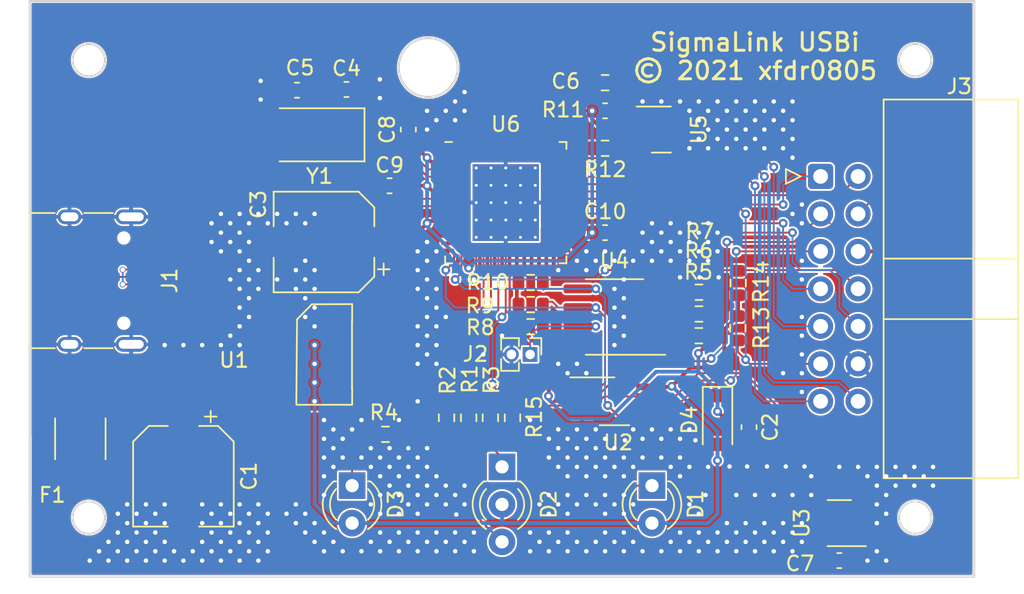
<source format=kicad_pcb>
(kicad_pcb (version 20210228) (generator pcbnew)
  (title_block (title "SigmaLink USBi") (date "2018-10-09") (rev "v2r1") (company "SushiBits Projects"))
  (layers (0 "F.Cu" signal) (31 "B.Cu" signal) (34 "B.Paste" user) (35 "F.Paste" user) (36 "B.SilkS" user "B.Silkscreen") (37 "F.SilkS" user "F.Silkscreen") (38 "B.Mask" user) (39 "F.Mask" user) (44 "Edge.Cuts" user))
  (net 0 "")
  (net 1 "+5V")
  (net 2 "GND")
  (net 3 "+3V3")
  (net 4 "/XTALO")
  (net 5 "/XTALI")
  (net 6 "Net-(D1-Pad1)")
  (net 7 "Net-(D2-Pad1)")
  (net 8 "Net-(D2-Pad3)")
  (net 9 "Net-(D3-Pad1)")
  (net 10 "Net-(F1-Pad2)")
  (net 11 "/D-")
  (net 12 "/D+")
  (net 13 "Net-(J2-Pad1)")
  (net 14 "/~TLATCH2")
  (net 15 "/~TLATCH3")
  (net 16 "/TSCL")
  (net 17 "/TMCLK")
  (net 18 "/TSDA")
  (net 19 "/TVCC")
  (net 20 "/TOUT")
  (net 21 "/TRESET")
  (net 22 "/TCLK")
  (net 23 "/TDATA")
  (net 24 "/~TLATCH1")
  (net 25 "/~TLATCH4")
  (net 26 "/~TLATCH5")
  (net 27 "/SDA")
  (net 28 "/SCL")
  (net 29 "/MCK")
  (net 30 "Net-(R7-Pad1)")
  (net 31 "/USB_EN")
  (net 32 "/LED_GPIO")
  (net 33 "/LED_SPI")
  (net 34 "/LED_I2C")
  (net 35 "Net-(C2-Pad1)")
  (net 36 "Net-(R5-Pad1)")
  (net 37 "Net-(R6-Pad1)")
  (net 38 "Net-(R12-Pad2)")
  (net 39 "Net-(R12-Pad1)")
  (footprint "Capacitor_SMD:CP_Elec_6.3x5.3" (layer "F.Cu") (at 128.41 112.7 -90)
    (fp_text reference "C1")
    (fp_text value "100µ")
  )
  (footprint "Capacitor_SMD:CP_Elec_6.3x5.3" (layer "F.Cu") (at 137.935 96.825 180)
    (fp_text reference "C3")
    (fp_text value "220µ")
  )
  (footprint "Capacitor_SMD:C_0603_1608Metric" (layer "F.Cu") (at 139.459 86.4872)
    (fp_text reference "C4")
    (fp_text value "22p")
  )
  (footprint "Capacitor_SMD:C_0603_1608Metric" (layer "F.Cu") (at 136.1062 86.538 180)
    (fp_text reference "C5")
    (fp_text value "22p")
  )
  (footprint "Capacitor_SMD:C_0603_1608Metric" (layer "F.Cu") (at 156.985 87.935)
    (fp_text reference "C6")
    (fp_text value "100n")
  )
  (footprint "Capacitor_SMD:C_0603_1608Metric" (layer "F.Cu") (at 143.65 89.205 90)
    (fp_text reference "C8")
    (fp_text value "100n")
  )
  (footprint "Capacitor_SMD:C_0603_1608Metric" (layer "F.Cu") (at 142.38 93.015 180)
    (fp_text reference "C9")
    (fp_text value "100n")
  )
  (footprint "Capacitor_SMD:C_0603_1608Metric" (layer "F.Cu") (at 156.985 96.19)
    (fp_text reference "C10")
    (fp_text value "100n")
  )
  (footprint "Capacitor_SMD:C_0603_1608Metric" (layer "F.Cu") (at 166.7386 109.3726 -90)
    (fp_text reference "C2")
    (fp_text value "100n")
  )
  (footprint "Capacitor_SMD:C_0603_1608Metric" (layer "F.Cu") (at 172.86 118.415)
    (fp_text reference "C7")
    (fp_text value "100n")
  )
  (footprint "LED_THT:LED_D3.0mm" (layer "F.Cu") (at 160.16 113.335 -90)
    (fp_text reference "D1")
    (fp_text value "GPIO")
  )
  (footprint "LED_THT:LED_D3.0mm-3" (layer "F.Cu") (at 150 112.065 -90)
    (fp_text reference "D2")
    (fp_text value "MODE")
  )
  (footprint "LED_THT:LED_D3.0mm" (layer "F.Cu") (at 139.84 113.335 -90)
    (fp_text reference "D3")
    (fp_text value "POWER")
  )
  (footprint "Fuse:Fuse_1812_4532Metric_Pad1.30x3.40mm_HandSolder" (layer "F.Cu") (at 121.425005 110.160003 90)
    (fp_text reference "F1")
    (fp_text value "500mA")
  )
  (footprint "Connector_USB:USB_C_Receptacle_XKB_U262-16XN-4BVC11" (layer "F.Cu") (at 121.763409 99.439197 -90)
    (fp_text reference "J1")
    (fp_text value "USB_C_Receptacle_USB2.0")
  )
  (footprint "Connector_IDC:IDC-Header_2x07_P2.54mm_Horizontal" (layer "F.Cu") (at 171.59 92.38)
    (fp_text reference "J3")
    (fp_text value "Target")
  )
  (footprint "Resistor_SMD:R_0603_1608Metric" (layer "F.Cu") (at 156.985 86.03 180)
    (fp_text reference "R11")
    (fp_text value "49.9")
  )
  (footprint "Resistor_SMD:R_0603_1608Metric" (layer "F.Cu") (at 156.985 90.475 180)
    (fp_text reference "R12")
    (fp_text value "4.7k")
  )
  (footprint "Package_TO_SOT_SMD:SOT-223-3_TabPin2" (layer "F.Cu") (at 137.935005 104.445003)
    (fp_text reference "U1")
    (fp_text value "LM1117-3.3")
  )
  (footprint "Package_SO:SOIC-8_3.9x4.9mm_P1.27mm" (layer "F.Cu") (at 157.62 101.905 180)
    (fp_text reference "U4")
    (fp_text value "24LC512")
  )
  (footprint "Package_DFN_QFN:QFN-56-1EP_8x8mm_P0.5mm_EP4.5x5.2mm_ThermalVias" (layer "F.Cu") (at 150.254 94.158)
    (fp_text reference "U6")
    (fp_text value "CY7C68013A-56")
  )
  (footprint "Package_TO_SOT_SMD:SOT-23" (layer "F.Cu") (at 160.795 89.205)
    (fp_text reference "U5")
    (fp_text value "MAX809")
  )
  (footprint "Package_SO:VSSOP-8_3.0x3.0mm_P0.65mm" (layer "F.Cu") (at 157.62 107.62)
    (fp_text reference "U2")
    (fp_text value "74LVC2G66")
  )
  (footprint "Package_TO_SOT_SMD:SOT-23-5" (layer "F.Cu") (at 172.86 115.875 180)
    (fp_text reference "U3")
    (fp_text value "TPS2051B")
  )
  (footprint "Crystal:Crystal_SMD_5032-2Pin_5.0x3.2mm" (layer "F.Cu") (at 137.6302 89.5606 180)
    (fp_text reference "Y1")
    (fp_text value "24MHz")
  )
  (footprint "Connector_PinHeader_1.27mm:PinHeader_1x02_P1.27mm_Vertical" (layer "F.Cu") (at 151.905 104.445 -90)
    (fp_text reference "J2")
    (fp_text value "Program")
  )
  (footprint "Diode_SMD:D_SOD-123" (layer "F.Cu") (at 164.605 108.89 -90)
    (fp_text reference "D4")
    (fp_text value "B5819W")
  )
  (footprint "Resistor_SMD:R_0603_1608Metric" (layer "F.Cu") (at 151.9426 102.5654 180)
    (fp_text reference "R8")
    (fp_text value "4.7k")
  )
  (footprint "Resistor_SMD:R_0603_1608Metric" (layer "F.Cu") (at 146.2408 108.7376 -90)
    (fp_text reference "R2")
    (fp_text value "510")
  )
  (footprint "Resistor_SMD:R_0603_1608Metric" (layer "F.Cu") (at 150.7112 108.7376 -90)
    (fp_text reference "R15")
    (fp_text value "10k")
  )
  (footprint "Resistor_SMD:R_0603_1608Metric" (layer "F.Cu") (at 151.9426 99.5682 180)
    (fp_text reference "R10")
    (fp_text value "4.7k")
  )
  (footprint "Resistor_SMD:R_0603_1608Metric" (layer "F.Cu") (at 149.2126 108.7376 -90)
    (fp_text reference "R3")
    (fp_text value "510")
  )
  (footprint "Resistor_SMD:R_0603_1608Metric" (layer "F.Cu") (at 151.9426 101.0668 180)
    (fp_text reference "R9")
    (fp_text value "4.7k")
  )
  (footprint "Resistor_SMD:R_0603_1608Metric" (layer "F.Cu") (at 166.002 99.6058 -90)
    (fp_text reference "R14")
    (fp_text value "10k")
  )
  (footprint "Resistor_SMD:R_0603_1608Metric" (layer "F.Cu") (at 165.9766 102.667 90)
    (fp_text reference "R13")
    (fp_text value "10k")
  )
  (footprint "Resistor_SMD:R_0603_1608Metric" (layer "F.Cu") (at 147.7394 108.7376 -90)
    (fp_text reference "R1")
    (fp_text value "510")
  )
  (footprint "Resistor_SMD:R_0603_1608Metric" (layer "F.Cu") (at 142.1006 109.8552 180)
    (fp_text reference "R4")
    (fp_text value "510")
  )
  (footprint "Resistor_SMD:R_0603_1608Metric" (layer "F.Cu") (at 163.3472 100.2286)
    (fp_text reference "R7")
    (fp_text value "4.7k")
  )
  (footprint "Resistor_SMD:R_0603_1608Metric" (layer "F.Cu") (at 163.3472 101.7018)
    (fp_text reference "R6")
    (fp_text value "4.7k")
  )
  (footprint "Resistor_SMD:R_0603_1608Metric" (layer "F.Cu") (at 163.335 103.175)
    (fp_text reference "R5")
    (fp_text value "4.7k")
  )
  (gr_line (start 182 119.5) (end 182 80.5) (angle 90) (layer "Edge.Cuts") (width 0.15))
  (gr_line (start 118 80.5) (end 118 119.5) (angle 90) (layer "Edge.Cuts") (width 0.15))
  (gr_line (start 118 119.5) (end 182 119.5) (angle 90) (layer "Edge.Cuts") (width 0.15))
  (gr_circle (center 122 115.5) (end 123.1 115.5) (layer "Edge.Cuts") (width 0.15) (fill none))
  (gr_circle (center 122 84.5) (end 123.1 84.5) (layer "Edge.Cuts") (width 0.15) (fill none))
  (gr_line (start 182 80.5) (end 118 80.5) (angle 90) (layer "Edge.Cuts") (width 0.15))
  (gr_circle (center 178 84.5) (end 179.1 84.5) (layer "Edge.Cuts") (width 0.15) (fill none))
  (gr_circle (center 145 85) (end 147 85) (layer "Edge.Cuts") (width 0.15) (fill none))
  (gr_circle (center 178 115.5) (end 179.1 115.5) (layer "Edge.Cuts") (width 0.15) (fill none))
  (gr_text "SigmaLink USBi\n© 2021 xfdr0805" (at 167.145 84.252) (layer "F.SilkS") (effects (font (size 1.2 1.2) (thickness 0.2))))
  (segment (start 134.76 106.77) (end 134.785 106.745) (width 0.254) (layer "F.Cu") (net 1))
  (segment (start 171.91 117.225) (end 171.51 116.825) (width 0.254) (layer "F.Cu") (net 1))
  (segment (start 136.665 118.415) (end 134.785 116.535) (width 0.254) (layer "F.Cu") (net 1))
  (segment (start 134.785 116.535) (end 134.785 106.745) (width 0.254) (layer "F.Cu") (net 1))
  (segment (start 171.985 118.415) (end 136.665 118.415) (width 0.254) (layer "F.Cu") (net 1))
  (segment (start 171.91 118.415) (end 171.91 117.225) (width 0.254) (layer "F.Cu") (net 1))
  (segment (start 135.235 98.89) (end 134.76 99.365) (width 0.254) (layer "F.Cu") (net 2))
  (segment (start 134.785 99.39) (end 134.76 99.365) (width 0.254) (layer "F.Cu") (net 2))
  (segment (start 134.785 102.145) (end 134.785 99.39) (width 0.254) (layer "F.Cu") (net 2))
  (segment (start 135.235 98.89) (end 135.235 96.825) (width 0.254) (layer "F.Cu") (net 2))
  (via (at 146.825 116.51) (size 0.6) (drill 0.3) (layers "F.Cu" "B.Cu") (net 2))
  (via (at 129.68 103.81) (size 0.6) (drill 0.3) (layers "F.Cu" "B.Cu") (net 2))
  (via (at 132.22 97.46) (size 0.6) (drill 0.3) (layers "F.Cu" "B.Cu") (net 2))
  (via (at 162.065 87.3) (size 0.6) (drill 0.3) (layers "F.Cu" "B.Cu") (net 2))
  (via (at 127.14 117.145) (size 0.6) (drill 0.3) (layers "F.Cu" "B.Cu") (net 2))
  (via (at 167.145 116.51) (size 0.6) (drill 0.3) (layers "F.Cu" "B.Cu") (net 2))
  (via (at 170.32 106.985) (size 0.6) (drill 0.3) (layers "F.Cu" "B.Cu") (net 2))
  (via (at 163.97 112.065) (size 0.6) (drill 0.3) (layers "F.Cu" "B.Cu") (net 2))
  (via (at 147.46 113.335) (size 0.6) (drill 0.3) (layers "F.Cu" "B.Cu") (net 2))
  (via (at 157.62 114.605) (size 0.6) (drill 0.3) (layers "F.Cu" "B.Cu") (net 2))
  (via (at 160.16 95.555) (size 0.6) (drill 0.3) (layers "F.Cu" "B.Cu") (net 2))
  (via (at 141.11 114.605) (size 0.6) (drill 0.3) (layers "F.Cu" "B.Cu") (net 2))
  (via (at 158.255 97.46) (size 0.6) (drill 0.3) (layers "F.Cu" "B.Cu") (net 2))
  (via (at 153.81 117.145) (size 0.6) (drill 0.3) (layers "F.Cu" "B.Cu") (net 2))
  (via (at 176.035 112.7) (size 0.6) (drill 0.3) (layers "F.Cu" "B.Cu") (net 2))
  (via (at 124.6 115.875) (size 0.6) (drill 0.3) (layers "F.Cu" "B.Cu") (net 2))
  (via (at 170.4978 112.0396) (size 0.6) (drill 0.3) (layers "F.Cu" "B.Cu") (net 2))
  (via (at 136.665 98.095) (size 0.6) (drill 0.3) (layers "F.Cu" "B.Cu") (net 2))
  (via (at 139.205 111.43) (size 0.6) (drill 0.3) (layers "F.Cu" "B.Cu") (net 2))
  (via (at 156.985 113.97) (size 0.6) (drill 0.3) (layers "F.Cu" "B.Cu") (net 2))
  (via (at 137.3 100) (size 0.6) (drill 0.3) (layers "F.Cu" "B.Cu") (net 2))
  (via (at 128.41 118.415) (size 0.6) (drill 0.3) (layers "F.Cu" "B.Cu") (net 2))
  (via (at 161.43 95.555) (size 0.6) (drill 0.3) (layers "F.Cu" "B.Cu") (net 2))
  (via (at 156.985 111.43) (size 0.6) (drill 0.3) (layers "F.Cu" "B.Cu") (net 2))
  (via (at 165.24 89.205) (size 0.6) (drill 0.3) (layers "F.Cu" "B.Cu") (net 2))
  (via (at 135.395 95.555) (size 0.6) (drill 0.3) (layers "F.Cu" "B.Cu") (net 2))
  (via (at 143.015 112.7) (size 0.6) (drill 0.3) (layers "F.Cu" "B.Cu") (net 2))
  (via (at 143.65 110.795) (size 0.6) (drill 0.3) (layers "F.Cu" "B.Cu") (net 2))
  (via (at 175.4 113.335) (size 0.6) (drill 0.3) (layers "F.Cu" "B.Cu") (net 2))
  (via (at 136.03 114.605) (size 0.6) (drill 0.3) (layers "F.Cu" "B.Cu") (net 2))
  (via (at 132.855 117.78) (size 0.6) (drill 0.3) (layers "F.Cu" "B.Cu") (net 2))
  (via (at 160.16 109.525) (size 0.6) (drill 0.3) (layers "F.Cu" "B.Cu") (net 2))
  (via (at 157.62 117.145) (size 0.6) (drill 0.3) (layers "F.Cu" "B.Cu") (net 2))
  (via (at 159.525 97.46) (size 0.6) (drill 0.3) (layers "F.Cu" "B.Cu") (net 2))
  (via (at 159.525 117.78) (size 0.6) (drill 0.3) (layers "F.Cu" "B.Cu") (net 2))
  (via (at 178.575 112.7) (size 0.6) (drill 0.3) (layers "F.Cu" "B.Cu") (net 2))
  (via (at 144.92 110.795) (size 0.6) (drill 0.3) (layers "F.Cu" "B.Cu") (net 2))
  (via (at 141.745 117.78) (size 0.6) (drill 0.3) (layers "F.Cu" "B.Cu") (net 2))
  (via (at 155.08 110.795) (size 0.6) (drill 0.3) (layers "F.Cu" "B.Cu") (net 2))
  (via (at 165.875 88.57) (size 0.6) (drill 0.3) (layers "F.Cu" "B.Cu") (net 2))
  (via (at 130.95 115.875) (size 0.6) (drill 0.3) (layers "F.Cu" "B.Cu") (net 2))
  (via (at 139.205 110.16) (size 0.6) (drill 0.3) (layers "F.Cu" "B.Cu") (net 2))
  (via (at 153.175 115.24) (size 0.6) (drill 0.3) (layers "F.Cu" "B.Cu") (net 2))
  (via (at 162.7 90.475) (size 0.6) (drill 0.3) (layers "F.Cu" "B.Cu") (net 2))
  (via (at 156.35 117.145) (size 0.6) (drill 0.3) (layers "F.Cu" "B.Cu") (net 2))
  (via (at 176.035 118.415) (size 0.6) (drill 0.3) (layers "F.Cu" "B.Cu") (net 2))
  (via (at 160.795 96.19) (size 0.6) (drill 0.3) (layers "F.Cu" "B.Cu") (net 2))
  (via (at 122.695 117.78) (size 0.6) (drill 0.3) (layers "F.Cu" "B.Cu") (net 2))
  (via (at 158.255 111.43) (size 0.6) (drill 0.3) (layers "F.Cu" "B.Cu") (net 2))
  (via (at 137.935 111.43) (size 0.6) (drill 0.3) (layers "F.Cu" "B.Cu") (net 2))
  (via (at 123.965 116.51) (size 0.6) (drill 0.3) (layers "F.Cu" "B.Cu") (net 2))
  (via (at 174.765 112.7) (size 0.6) (drill 0.3) (layers "F.Cu" "B.Cu") (net 2))
  (via (at 123.965 117.78) (size 0.6) (drill 0.3) (layers "F.Cu" "B.Cu") (net 2))
  (via (at 146.825 87.3) (size 0.6) (drill 0.3) (layers "F.Cu" "B.Cu") (net 2))
  (via (at 146.825 113.97) (size 0.6) (drill 0.3) (layers "F.Cu" "B.Cu") (net 2))
  (via (at 163.97 89.205) (size 0.6) (drill 0.3) (layers "F.Cu" "B.Cu") (net 2))
  (via (at 133.49 100) (size 0.6) (drill 0.3) (layers "F.Cu" "B.Cu") (net 2))
  (via (at 133.49 114.605) (size 0.6) (drill 0.3) (layers "F.Cu" "B.Cu") (net 2))
  (via (at 175.4 114.605) (size 0.6) (drill 0.3) (layers "F.Cu" "B.Cu") (net 2))
  (via (at 143.015 111.43) (size 0.6) (drill 0.3) (layers "F.Cu" "B.Cu") (net 2))
  (via (at 137.935 108.89) (size 0.6) (drill 0.3) (layers "F.Cu" "B.Cu") (net 2))
  (via (at 137.935 113.97) (size 0.6) (drill 0.3) (layers "F.Cu" "B.Cu") (net 2))
  (via (at 154.445 117.78) (size 0.6) (drill 0.3) (layers "F.Cu" "B.Cu") (net 2))
  (via (at 170.32 98.095) (size 0.6) (drill 0.3) (layers "F.Cu" "B.Cu") (net 2))
  (via (at 142.38 113.335) (size 0.6) (drill 0.3) (layers "F.Cu" "B.Cu") (net 2))
  (via (at 164.6812 99.22) (size 0.6) (drill 0.3) (layers "F.Cu" "B.Cu") (net 2))
  (via (at 127.775 117.78) (size 0.6) (drill 0.3) (layers "F.Cu" "B.Cu") (net 2))
  (via (at 164.605 88.57) (size 0.6) (drill 0.3) (layers "F.Cu" "B.Cu") (net 2))
  (via (at 155.08 98.095) (size 0.6) (drill 0.3) (layers "F.Cu" "B.Cu") (net 2))
  (via (at 130.95 114.605) (size 0.6) (drill 0.3) (layers "F.Cu" "B.Cu") (net 2))
  (via (at 165.875 87.3) (size 0.6) (drill 0.3) (layers "F.Cu" "B.Cu") (net 2))
  (via (at 122.06 118.415) (size 0.6) (drill 0.3) (layers "F.Cu" "B.Cu") (net 2))
  (via (at 145.555 102.54) (size 0.6) (drill 0.3) (layers "F.Cu" "B.Cu") (net 2))
  (via (at 156.985 110.16) (size 0.6) (drill 0.3) (layers "F.Cu" "B.Cu") (net 2))
  (via (at 132.22 101.27) (size 0.6) (drill 0.3) (layers "F.Cu" "B.Cu") (net 2))
  (via (at 148.095 117.78) (size 0.6) (drill 0.3) (layers "F.Cu" "B.Cu") (net 2))
  (via (at 169.685 89.84) (size 0.6) (drill 0.3) (layers "F.Cu" "B.Cu") (net 2))
  (via (at 158.255 112.7) (size 0.6) (drill 0.3) (layers "F.Cu" "B.Cu") (net 2))
  (via (at 141.745 116.51) (size 0.6) (drill 0.3) (layers "F.Cu" "B.Cu") (net 2))
  (via (at 165.4178 112.0396) (size 0.6) (drill 0.3) (layers "F.Cu" "B.Cu") (net 2))
  (via (at 137.3 115.875) (size 0.6) (drill 0.3) (layers "F.Cu" "B.Cu") (net 2))
  (via (at 141.745 115.24) (size 0.6) (drill 0.3) (layers "F.Cu" "B.Cu") (net 2))
  (via (at 155.715 111.43) (size 0.6) (drill 0.3) (layers "F.Cu" "B.Cu") (net 2))
  (via (at 155.715 110.16) (size 0.6) (drill 0.3) (layers "F.Cu" "B.Cu") (net 2))
  (via (at 152.54 114.605) (size 0.6) (drill 0.3) (layers "F.Cu" "B.Cu") (net 2))
  (via (at 156.985 117.78) (size 0.6) (drill 0.3) (layers "F.Cu" "B.Cu") (net 2))
  (via (at 163.97 117.145) (size 0.6) (drill 0.3) (layers "F.Cu" "B.Cu") (net 2))
  (via (at 158.255 116.51) (size 0.6) (drill 0.3) (layers "F.Cu" "B.Cu") (net 2))
  (via (at 130.95 103.81) (size 0.6) (drill 0.3) (layers "F.Cu" "B.Cu") (net 2))
  (via (at 130.315 117.78) (size 0.6) (drill 0.3) (layers "F.Cu" "B.Cu") (net 2))
  (via (at 167.78 115.875) (size 0.6) (drill 0.3) (layers "F.Cu" "B.Cu") (net 2))
  (via (at 146.19 114.605) (size 0.6) (drill 0.3) (layers "F.Cu" "B.Cu") (net 2))
  (via (at 143.015 116.51) (size 0.6) (drill 0.3) (layers "F.Cu" "B.Cu") (net 2))
  (via (at 145.555 113.97) (size 0.6) (drill 0.3) (layers "F.Cu" "B.Cu") (net 2))
  (via (at 175.4 117.78) (size 0.6) (drill 0.3) (layers "F.Cu" "B.Cu") (net 2))
  (via (at 165.875 113.97) (size 0.6) (drill 0.3) (layers "F.Cu" "B.Cu") (net 2))
  (via (at 154.445 111.43) (size 0.6) (drill 0.3) (layers "F.Cu" "B.Cu") (net 2))
  (via (at 153.81 109.525) (size 0.6) (drill 0.3) (layers "F.Cu" "B.Cu") (net 2))
  (via (at 143.015 115.24) (size 0.6) (drill 0.3) (layers "F.Cu" "B.Cu") (net 2))
  (via (at 156.985 112.7) (size 0.6) (drill 0.3) (layers "F.Cu" "B.Cu") (net 2))
  (via (at 168.415 116.51) (size 0.6) (drill 0.3) (layers "F.Cu" "B.Cu") (net 2))
  (via (at 144.285 115.24) (size 0.6) (drill 0.3) (layers "F.Cu" "B.Cu") (net 2))
  (via (at 131.585 99.365) (size 0.6) (drill 0.3) (layers "F.Cu" "B.Cu") (net 2))
  (via (at 131.585 96.825) (size 0.6) (drill 0.3) (layers "F.Cu" "B.Cu") (net 2))
  (via (at 153.175 113.97) (size 0.6) (drill 0.3) (layers "F.Cu" "B.Cu") (net 2))
  (via (at 125.87 115.875) (size 0.6) (drill 0.3) (layers "F.Cu" "B.Cu") (net 2))
  (via (at 167.145 87.3) (size 0.6) (drill 0.3) (layers "F.Cu" "B.Cu") (net 2))
  (via (at 143.015 117.78) (size 0.6) (drill 0.3) (layers "F.Cu" "B.Cu") (net 2))
  (via (at 159.525 111.43) (size 0.6) (drill 0.3) (layers "F.Cu" "B.Cu") (net 2))
  (via (at 144.92 103.175) (size 0.6) (drill 0.3) (layers "F.Cu" "B.Cu") (net 2))
  (via (at 138.57 117.145) (size 0.6) (drill 0.3) (layers "F.Cu" "B.Cu") (net 2))
  (via (at 144.285 103.81) (size 0.6) (drill 0.3) (layers "F.Cu" "B.Cu") (net 2))
  (via (at 124.6 118.415) (size 0.6) (drill 0.3) (layers "F.Cu" "B.Cu") (net 2))
  (via (at 138.57 109.525) (size 0.6) (drill 0.3) (layers "F.Cu" "B.Cu") (net 2))
  (via (at 167.145 113.97) (size 0.6) (drill 0.3) (layers "F.Cu" "B.Cu") (net 2))
  (via (at 144.285 116.51) (size 0.6) (drill 0.3) (layers "F.Cu" "B.Cu") (net 2))
  (via (at 127.14 115.875) (size 0.6) (drill 0.3) (layers "F.Cu" "B.Cu") (net 2))
  (via (at 126.505 115.24) (size 0.6) (drill 0.3) (layers "F.Cu" "B.Cu") (net 2))
  (via (at 163.97 87.935) (size 0.6) (drill 0.3) (layers "F.Cu" "B.Cu") (net 2))
  (via (at 134.76 99.365) (size 0.6) (drill 0.3) (layers "F.Cu" "B.Cu") (net 2))
  (via (at 130.95 117.145) (size 0.6) (drill 0.3) (layers "F.Cu" "B.Cu") (net 2))
  (via (at 158.255 99.365) (size 0.6) (drill 0.3) (layers "F.Cu" "B.Cu") (net 2))
  (via (at 143.65 113.335) (size 0.6) (drill 0.3) (layers "F.Cu" "B.Cu") (net 2))
  (via (at 163.97 90.475) (size 0.6) (drill 0.3) (layers "F.Cu" "B.Cu") (net 2))
  (via (at 150 103.175) (size 0.6) (drill 0.3) (layers "F.Cu" "B.Cu") (net 2))
  (via (at 166.51 87.935) (size 0.6) (drill 0.3) (layers "F.Cu" "B.Cu") (net 2))
  (via (at 145.555 117.78) (size 0.6) (drill 0.3) (layers "F.Cu" "B.Cu") (net 2))
  (via (at 133.49 118.415) (size 0.6) (drill 0.3) (layers "F.Cu" "B.Cu") (net 2))
  (via (at 177.94 113.335) (size 0.6) (drill 0.3) (layers "F.Cu" "B.Cu") (net 2))
  (via (at 155.08 114.605) (size 0.6) (drill 0.3) (layers "F.Cu" "B.Cu") (net 2))
  (via (at 137.935 116.51) (size 0.6) (drill 0.3) (layers "F.Cu" "B.Cu") (net 2))
  (via (at 162.065 117.78) (size 0.6) (drill 0.3) (layers "F.Cu" "B.Cu") (net 2))
  (via (at 153.81 114.605) (size 0.6) (drill 0.3) (layers "F.Cu" "B.Cu") (net 2))
  (via (at 162.065 99.22) (size 0.6) (drill 0.3) (layers "F.Cu" "B.Cu") (net 2))
  (via (at 155.08 117.145) (size 0.6) (drill 0.3) (layers "F.Cu" "B.Cu") (net 2))
  (via (at 158.89 112.065) (size 0.6) (drill 0.3) (layers "F.Cu" "B.Cu") (net 2))
  (via (at 132.22 103.81) (size 0.6) (drill 0.3) (layers "F.Cu" "B.Cu") (net 2))
  (via (at 168.415 87.3) (size 0.6) (drill 0.3) (layers "F.Cu" "B.Cu") (net 2))
  (via (at 145.555 103.81) (size 0.6) (drill 0.3) (layers "F.Cu" "B.Cu") (net 2))
  (via (at 125.235 117.78) (size 0.6) (drill 0.3) (layers "F.Cu" "B.Cu") (net 2))
  (via (at 170.32 99.365) (size 0.6) (drill 0.3) (layers "F.Cu" "B.Cu") (net 2))
  (via (at 132.22 117.145) (size 0.6) (drill 0.3) (layers "F.Cu" "B.Cu") (net 2))
  (via (at 129.68 115.875) (size 0.6) (drill 0.3) (layers "F.Cu" "B.Cu") (net 2))
  (via (at 147.46 87.935) (size 0.6) (drill 0.3) (layers "F.Cu" "B.Cu") (net 2))
  (via (at 169.2278 112.0396) (size 0.6) (drill 0.3) (layers "F.Cu" "B.Cu") (net 2))
  (via (at 151.905 108.89) (size 0.6) (drill 0.3) (layers "F.Cu" "B.Cu") (net 2))
  (via (at 141.7196 85.8014) (size 0.6) (drill 0.3) (layers "F.Cu" "B.Cu") (net 2))
  (via (at 132.22 98.73) (size 0.6) (drill 0.3) (layers "F.Cu" "B.Cu") (net 2))
  (via (at 137.3 101.27) (size 0.6) (drill 0.3) (layers "F.Cu" "B.Cu") (net 2))
  (via (at 160.16 96.825) (size 0.6) (drill 0.3) (layers "F.Cu" "B.Cu") (net 2))
  (via (at 132.22 94.92) (size 0.6) (drill 0.3) (layers "F.Cu" "B.Cu") (net 2))
  (via (at 143.65 114.605) (size 0.6) (drill 0.3) (layers "F.Cu" "B.Cu") (net 2))
  (via (at 168.415 88.57) (size 0.6) (drill 0.3) (layers "F.Cu" "B.Cu") (net 2))
  (via (at 170.32 115.875) (size 0.6) (drill 0.3) (layers "F.Cu" "B.Cu") (net 2))
  (via (at 136.03 94.92) (size 0.6) (drill 0.3) (layers "F.Cu" "B.Cu") (net 2))
  (via (at 174.765 118.415) (size 0.6) (drill 0.3) (layers "F.Cu" "B.Cu") (net 2))
  (via (at 154.445 116.51) (size 0.6) (drill 0.3) (layers "F.Cu" "B.Cu") (net 2))
  (via (at 132.22 115.875) (size 0.6) (drill 0.3) (layers "F.Cu" "B.Cu") (net 2))
  (via (at 161.43 117.145) (size 0.6) (drill 0.3) (layers "F.Cu" "B.Cu") (net 2))
  (via (at 144.285 112.7) (size 0.6) (drill 0.3) (layers "F.Cu" "B.Cu") (net 2))
  (via (at 137.3 102.54) (size 0.6) (drill 0.3) (layers "F.Cu" "B.Cu") (net 2))
  (via (at 170.955 113.97) (size 0.6) (drill 0.3) (layers "F.Cu" "B.Cu") (net 2))
  (via (at 130.95 97.46) (size 0.6) (drill 0.3) (layers "F.Cu" "B.Cu") (net 2))
  (via (at 160.16 98.095) (size 0.6) (drill 0.3) (layers "F.Cu" "B.Cu") (net 2))
  (via (at 145.555 88.57) (size 0.6) (drill 0.3) (layers "F.Cu" "B.Cu") (net 2))
  (via (at 157.62 112.065) (size 0.6) (drill 0.3) (layers "F.Cu" "B.Cu") (net 2))
  (via (at 140.475 111.43) (size 0.6) (drill 0.3) (layers "F.Cu" "B.Cu") (net 2))
  (via (at 162.7 117.145) (size 0.6) (drill 0.3) (layers "F.Cu" "B.Cu") (net 2))
  (via (at 146.825 88.57) (size 0.6) (drill 0.3) (layers "F.Cu" "B.Cu") (net 2))
  (via (at 165.24 90.475) (size 0.6) (drill 0.3) (layers "F.Cu" "B.Cu") (net 2))
  (via (at 133.49 115.875) (size 0.6) (drill 0.3) (layers "F.Cu" "B.Cu") (net 2))
  (via (at 162.065 96.19) (size 0.6) (drill 0.3) (layers "F.Cu" "B.Cu") (net 2))
  (via (at 125.87 114.605) (size 0.6) (drill 0.3) (layers "F.Cu" "B.Cu") (net 2))
  (via (at 130.315 95.555) (size 0.6) (drill 0.3) (layers "F.Cu" "B.Cu") (net 2))
  (via (at 158.255 100.635) (size 0.6) (drill 0.3) (layers "F.Cu" "B.Cu") (net 2))
  (via (at 169.685 117.78) (size 0.6) (drill 0.3) (layers "F.Cu" "B.Cu") (net 2))
  (via (at 155.715 105.715) (size 0.6) (drill 0.3) (layers "F.Cu" "B.Cu") (net 2))
  (via (at 166.51 117.145) (size 0.6) (drill 0.3) (layers "F.Cu" "B.Cu") (net 2))
  (via (at 156.985 97.46) (size 0.6) (drill 0.3) (layers "F.Cu" "B.Cu") (net 2))
  (via (at 134.125 116.51) (size 0.6) (drill 0.3) (layers "F.Cu" "B.Cu") (net 2))
  (via (at 160.795 87.3) (size 0.6) (drill 0.3) (layers "F.Cu" "B.Cu") (net 2))
  (via (at 155.715 97.46) (size 0.6) (drill 0.3) (layers "F.Cu" "B.Cu") (net 2))
  (via (at 136.665 95.555) (size 0.6) (drill 0.3) (layers "F.Cu" "B.Cu") (net 2))
  (via (at 174.13 112.065) (size 0.6) (drill 0.3) (layers "F.Cu" "B.Cu") (net 2))
  (via (at 177.305 112.7) (size 0.6) (drill 0.3) (layers "F.Cu" "B.Cu") (net 2))
  (via (at 175.4 112.065) (size 0.6) (drill 0.3) (layers "F.Cu" "B.Cu") (net 2))
  (via (at 163.97 96.825) (size 0.6) (drill 0.3) (layers "F.Cu" "B.Cu") (net 2))
  (via (at 169.05 87.935) (size 0.6) (drill 0.3) (layers "F.Cu" "B.Cu") (net 2))
  (via (at 169.685 91.11) (size 0.6) (drill 0.3) (layers "F.Cu" "B.Cu") (net 2))
  (via (at 132.855 98.095) (size 0.6) (drill 0.3) (layers "F.Cu" "B.Cu") (net 2))
  (via (at 157.62 102.54) (size 0.6) (drill 0.3) (layers "F.Cu" "B.Cu") (net 2))
  (via (at 134.125 115.24) (size 0.6) (drill 0.3) (layers "F.Cu" "B.Cu") (net 2))
  (via (at 176.035 115.24) (size 0.6) (drill 0.3) (layers "F.Cu" "B.Cu") (net 2))
  (via (at 172.86 112.065) (size 0.6) (drill 0.3) (layers "F.Cu" "B.Cu") (net 2))
  (via (at 146.19 117.145) (size 0.6) (drill 0.3) (layers "F.Cu" "B.Cu") (net 2))
  (via (at 151.905 117.78) (size 0.6) (drill 0.3) (layers "F.Cu" "B.Cu") (net 2))
  (via (at 145.555 100) (size 0.6) (drill 0.3) (layers "F.Cu" "B.Cu") (net 2))
  (via (at 129.68 118.415) (size 0.6) (drill 0.3) (layers "F.Cu" "B.Cu") (net 2))
  (via (at 144.92 98.095) (size 0.6) (drill 0.3) (layers "F.Cu" "B.Cu") (net 2))
  (via (at 123.33 118.415) (size 0.6) (drill 0.3) (layers "F.Cu" "B.Cu") (net 2))
  (via (at 155.08 112.065) (size 0.6) (drill 0.3) (layers "F.Cu" "B.Cu") (net 2))
  (via (at 162.7 87.935) (size 0.6) (drill 0.3) (layers "F.Cu" "B.Cu") (net 2))
  (via (at 153.175 116.51) (size 0.6) (drill 0.3) (layers "F.Cu" "B.Cu") (net 2))
  (via (at 154.445 105.715) (size 0.6) (drill 0.3) (layers "F.Cu" "B.Cu") (net 2))
  (via (at 160.795 110.16) (size 0.6) (drill 0.3) (layers "F.Cu" "B.Cu") (net 2))
  (via (at 179.21 112.065) (size 0.6) (drill 0.3) (layers "F.Cu" "B.Cu") (net 2))
  (via (at 156.985 115.24) (size 0.6) (drill 0.3) (layers "F.Cu" "B.Cu") (net 2))
  (via (at 155.715 117.78) (size 0.6) (drill 0.3) (layers "F.Cu" "B.Cu") (net 2))
  (via (at 144.92 114.605) (size 0.6) (drill 0.3) (layers "F.Cu" "B.Cu") (net 2))
  (via (at 152.54 117.145) (size 0.6) (drill 0.3) (layers "F.Cu" "B.Cu") (net 2))
  (via (at 153.175 110.16) (size 0.6) (drill 0.3) (layers "F.Cu" "B.Cu") (net 2))
  (via (at 170.32 104.445) (size 0.6) (drill 0.3) (layers "F.Cu" "B.Cu") (net 2))
  (via (at 129.045 117.78) (size 0.6) (drill 0.3) (layers "F.Cu" "B.Cu") (net 2))
  (via (at 165.875 117.78) (size 0.6) (drill 0.3) (layers "F.Cu" "B.Cu") (net 2))
  (via (at 157.62 103.81) (size 0.6) (drill 0.3) (layers "F.Cu" "B.Cu") (net 2))
  (via (at 136.665 99.365) (size 0.6) (drill 0.3) (layers "F.Cu" "B.Cu") (net 2))
  (via (at 137.3 117.145) (size 0.6) (drill 0.3) (layers "F.Cu" "B.Cu") (net 2))
  (via (at 136.03 100) (size 0.6) (drill 0.3) (layers "F.Cu" "B.Cu") (net 2))
  (via (at 144.285 113.97) (size 0.6) (drill 0.3) (layers "F.Cu" "B.Cu") (net 2))
  (via (at 167.78 89.205) (size 0.6) (drill 0.3) (layers "F.Cu" "B.Cu") (net 2))
  (via (at 165.875 89.84) (size 0.6) (drill 0.3) (layers "F.Cu" "B.Cu") (net 2))
  (via (at 144.92 89.205) (size 0.6) (drill 0.3) (layers "F.Cu" "B.Cu") (net 2))
  (via (at 145.555 105.08) (size 0.6) (drill 0.3) (layers "F.Cu" "B.Cu") (net 2))
  (via (at 144.285 105.08) (size 0.6) (drill 0.3) (layers "F.Cu" "B.Cu") (net 2))
  (via (at 162.065 116.51) (size 0.6) (drill 0.3) (layers "F.Cu" "B.Cu") (net 2))
  (via (at 132.22 102.54) (size 0.6) (drill 0.3) (layers "F.Cu" "B.Cu") (net 2))
  (via (at 127.14 103.81) (size 0.6) (drill 0.3) (layers "F.Cu" "B.Cu") (net 2))
  (via (at 169.685 94.92) (size 0.6) (drill 0.3) (layers "F.Cu" "B.Cu") (net 2))
  (via (at 141.745 112.7) (size 0.6) (drill 0.3) (layers "F.Cu" "B.Cu") (net 2))
  (via (at 134.125 117.78) (size 0.6) (drill 0.3) (layers "F.Cu" "B.Cu") (net 2))
  (via (at 153.81 105.08) (size 0.6) (drill 0.3) (layers "F.Cu" "B.Cu") (net 2))
  (via (at 170.32 117.145) (size 0.6) (drill 0.3) (layers "F.Cu" "B.Cu") (net 2))
  (via (at 147.46 117.145) (size 0.6) (drill 0.3) (layers "F.Cu" "B.Cu") (net 2))
  (via (at 161.43 98.095) (size 0.6) (drill 0.3) (layers "F.Cu" "B.Cu") (net 2))
  (via (at 168.415 113.97) (size 0.6) (drill 0.3) (layers "F.Cu" "B.Cu") (net 2))
  (via (at 158.255 103.175) (size 0.6) (drill 0.3) (layers "F.Cu" "B.Cu") (net 2))
  (via (at 166.6116 112.0396) (size 0.6) (drill 0.3) (layers "F.Cu" "B.Cu") (net 2))
  (via (at 163.97 98.095) (size 0.6) (drill 0.3) (layers "F.Cu" "B.Cu") (net 2))
  (via (at 146.19 87.935) (size 0.6) (drill 0.3) (layers "F.Cu" "B.Cu") (net 2))
  (via (at 168.415 117.78) (size 0.6) (drill 0.3) (layers "F.Cu" "B.Cu") (net 2))
  (via (at 157.62 110.795) (size 0.6) (drill 0.3) (layers "F.Cu" "B.Cu") (net 2))
  (via (at 162.065 112.7) (size 0.6) (drill 0.3) (layers "F.Cu" "B.Cu") (net 2))
  (via (at 163.7922 113.97) (size 0.6) (drill 0.3) (layers "F.Cu" "B.Cu") (net 2))
  (via (at 144.92 104.445) (size 0.6) (drill 0.3) (layers "F.Cu" "B.Cu") (net 2))
  (via (at 167.78 87.935) (size 0.6) (drill 0.3) (layers "F.Cu" "B.Cu") (net 2))
  (via (at 144.92 101.905) (size 0.6) (drill 0.3) (layers "F.Cu" "B.Cu") (net 2))
  (via (at 146.9012 115.2908) (size 0.6) (drill 0.3) (layers "F.Cu" "B.Cu") (net 2))
  (via (at 169.05 89.205) (size 0.6) (drill 0.3) (layers "F.Cu" "B.Cu") (net 2))
  (via (at 163.335 88.57) (size 0.6) (drill 0.3) (layers "F.Cu" "B.Cu") (net 2))
  (via (at 169.05 115.875) (size 0.6) (drill 0.3) (layers "F.Cu" "B.Cu") (net 2))
  (via (at 133.49 94.92) (size 0.6) (drill 0.3) (layers "F.Cu" "B.Cu") (net 2))
  (via (at 140.475 108.89) (size 0.6) (drill 0.3) (layers "F.Cu" "B.Cu") (net 2))
  (via (at 158.255 113.97) (size 0.6) (drill 0.3) (layers "F.Cu" "B.Cu") (net 2))
  (via (at 164.605 117.78) (size 0.6) (drill 0.3) (layers "F.Cu" "B.Cu") (net 2))
  (via (at 151.905 116.51) (size 0.6) (drill 0.3) (layers "F.Cu" "B.Cu") (net 2))
  (via (at 163.335 116.51) (size 0.6) (drill 0.3) (layers "F.Cu" "B.Cu") (net 2))
  (via (at 156.35 114.605) (size 0.6) (drill 0.3) (layers "F.Cu" "B.Cu") (net 2))
  (via (at 143.015 108.89) (size 0.6) (drill 0.3) (layers "F.Cu" "B.Cu") (net 2))
  (via (at 159.525 87.3) (size 0.6) (drill 0.3) (layers "F.Cu" "B.Cu") (net 2))
  (via (at 139.205 117.78) (size 0.6) (drill 0.3) (layers "F.Cu" "B.Cu") (net 2))
  (via (at 132.22 114.605) (size 0.6) (drill 0.3) (layers "F.Cu" "B.Cu") (net 2))
  (via (at 148.73 104.445) (size 0.6) (drill 0.3) (layers "F.Cu" "B.Cu") (net 2))
  (via (at 176.67 113.335) (size 0.6) (drill 0.3) (layers "F.Cu" "B.Cu") (net 2))
  (via (at 132.855 101.905) (size 0.6) (drill 0.3) (layers "F.Cu" "B.Cu") (net 2))
  (via (at 157.62 100) (size 0.6) (drill 0.3) (layers "F.Cu" "B.Cu") (net 2))
  (via (at 164.605 116.51) (size 0.6) (drill 0.3) (layers "F.Cu" "B.Cu") (net 2))
  (via (at 164.605 89.84) (size 0.6) (drill 0.3) (layers "F.Cu" "B.Cu") (net 2))
  (via (at 132.855 116.51) (size 0.6) (drill 0.3) (layers "F.Cu" "B.Cu") (net 2))
  (via (at 132.22 100) (size 0.6) (drill 0.3) (layers "F.Cu" "B.Cu") (net 2))
  (via (at 144.92 112.065) (size 0.6) (drill 0.3) (layers "F.Cu" "B.Cu") (net 2))
  (via (at 147.46 86.665) (size 0.6) (drill 0.3) (layers "F.Cu" "B.Cu") (net 2))
  (via (at 163.335 89.84) (size 0.6) (drill 0.3) (layers "F.Cu" "B.Cu") (net 2))
  (via (at 156.35 109.525) (size 0.6) (drill 0.3) (layers "F.Cu" "B.Cu") (net 2))
  (via (at 162.7 98.095) (size 0.6) (drill 0.3) (layers "F.Cu" "B.Cu") (net 2))
  (via (at 170.955 112.7) (size 0.6) (drill 0.3) (layers "F.Cu" "B.Cu") (net 2))
  (via (at 131.585 116.51) (size 0.6) (drill 0.3) (layers "F.Cu" "B.Cu") (net 2))
  (via (at 155.715 112.7) (size 0.6) (drill 0.3) (layers "F.Cu" "B.Cu") (net 2))
  (via (at 140.475 117.78) (size 0.6) (drill 0.3) (layers "F.Cu" "B.Cu") (net 2))
  (via (at 165.24 115.875) (size 0.6) (drill 0.3) (layers "F.Cu" "B.Cu") (net 2))
  (via (at 163.1064 110.2616) (size 0.6) (drill 0.3) (layers "F.Cu" "B.Cu") (net 2))
  (via (at 137.3 98.73) (size 0.6) (drill 0.3) (layers "F.Cu" "B.Cu") (net 2))
  (via (at 167.78 117.145) (size 0.6) (drill 0.3) (layers "F.Cu" "B.Cu") (net 2))
  (via (at 143.65 112.065) (size 0.6) (drill 0.3) (layers "F.Cu" "B.Cu") (net 2))
  (via (at 131.585 117.78) (size 0.6) (drill 0.3) (layers "F.Cu" "B.Cu") (net 2))
  (via (at 137.3 94.92) (size 0.6) (drill 0.3) (layers "F.Cu" "B.Cu") (net 2))
  (via (at 166.51 115.875) (size 0.6) (drill 0.3) (layers "F.Cu" "B.Cu") (net 2))
  (via (at 136.665 116.51) (size 0.6) (drill 0.3) (layers "F.Cu" "B.Cu") (net 2))
  (via (at 144.285 100) (size 0.6) (drill 0.3) (layers "F.Cu" "B.Cu") (net 2))
  (via (at 163.3858 99.22) (size 0.6) (drill 0.3) (layers "F.Cu" "B.Cu") (net 2))
  (via (at 154.445 110.16) (size 0.6) (drill 0.3) (layers "F.Cu" "B.Cu") (net 2))
  (via (at 162.7 95.555) (size 0.6) (drill 0.3) (layers "F.Cu" "B.Cu") (net 2))
  (via (at 157.62 98.095) (size 0.6) (drill 0.3) (layers "F.Cu" "B.Cu") (net 2))
  (via (at 132.22 118.415) (size 0.6) (drill 0.3) (layers "F.Cu" "B.Cu") (net 2))
  (via (at 135.395 115.24) (size 0.6) (drill 0.3) (layers "F.Cu" "B.Cu") (net 2))
  (via (at 156.985 116.51) (size 0.6) (drill 0.3) (layers "F.Cu" "B.Cu") (net 2))
  (via (at 125.87 117.145) (size 0.6) (drill 0.3) (layers "F.Cu" "B.Cu") (net 2))
  (via (at 169.685 87.3) (size 0.6) (drill 0.3) (layers "F.Cu" "B.Cu") (net 2))
  (via (at 145.555 101.27) (size 0.6) (drill 0.3) (layers "F.Cu" "B.Cu") (net 2))
  (via (at 170.32 94.285) (size 0.6) (drill 0.3) (layers "F.Cu" "B.Cu") (net 2))
  (via (at 162.7 114.605) (size 0.6) (drill 0.3) (layers "F.Cu" "B.Cu") (net 2))
  (via (at 153.81 98.73) (size 0.6) (drill 0.3) (layers "F.Cu" "B.Cu") (net 2))
  (via (at 137.935 112.7) (size 0.6) (drill 0.3) (layers "F.Cu" "B.Cu") (net 2))
  (via (at 125.235 115.24) (size 0.6) (drill 0.3) (layers "F.Cu" "B.Cu") (net 2))
  (via (at 159.525 96.19) (size 0.6) (drill 0.3) (layers "F.Cu" "B.Cu") (net 2))
  (via (at 163.335 97.46) (size 0.6) (drill 0.3) (layers "F.Cu" "B.Cu") (net 2))
  (via (at 158.255 101.905) (size 0.6) (drill 0.3) (layers "F.Cu" "B.Cu") (net 2))
  (via (at 158.89 109.525) (size 0.6) (drill 0.3) (layers "F.Cu" "B.Cu") (net 2))
  (via (at 143.015 113.97) (size 0.6) (drill 0.3) (layers "F.Cu" "B.Cu") (net 2))
  (via (at 165.24 87.935) (size 0.6) (drill 0.3) (layers "F.Cu" "B.Cu") (net 2))
  (via (at 160.795 111.43) (size 0.6) (drill 0.3) (layers "F.Cu" "B.Cu") (net 2))
  (via (at 144.92 87.935) (size 0.6) (drill 0.3) (layers "F.Cu" "B.Cu") (net 2))
  (via (at 130.95 94.92) (size 0.6) (drill 0.3) (layers "F.Cu" "B.Cu") (net 2))
  (via (at 170.32 101.905) (size 0.6) (drill 0.3) (layers "F.Cu" "B.Cu") (net 2))
  (via (at 123.33 117.145) (size 0.6) (drill 0.3) (layers "F.Cu" "B.Cu") (net 2))
  (via (at 138.57 112.065) (size 0.6) (drill 0.3) (layers "F.Cu" "B.Cu") (net 2))
  (via (at 133.49 117.145) (size 0.6) (drill 0.3) (layers "F.Cu" "B.Cu") (net 2))
  (via (at 158.89 98.095) (size 0.6) (drill 0.3) (layers "F.Cu" "B.Cu") (net 2))
  (via (at 139.84 109.525) (size 0.6) (drill 0.3) (layers "F.Cu" "B.Cu") (net 2))
  (via (at 145.555 112.7) (size 0.6) (drill 0.3) (layers "F.Cu" "B.Cu") (net 2))
  (via (at 158.89 114.605) (size 0.6) (drill 0.3) (layers "F.Cu" "B.Cu") (net 2))
  (via (at 169.05 105.715) (size 0.6) (drill 0.3) (layers "F.Cu" "B.Cu") (net 2))
  (via (at 130.315 115.24) (size 0.6) (drill 0.3) (layers "F.Cu" "B.Cu") (net 2))
  (via (at 166.51 89.205) (size 0.6) (drill 0.3) (layers "F.Cu" "B.Cu") (net 2))
  (via (at 141.11 112.065) (size 0.6) (drill 0.3) (layers "F.Cu" "B.Cu") (net 2))
  (via (at 129.68 117.145) (size 0.6) (drill 0.3) (layers "F.Cu" "B.Cu") (net 2))
  (via (at 170.32 105.715) (size 0.6) (drill 0.3) (layers "F.Cu" "B.Cu") (net 2))
  (via (at 142.38 117.145) (size 0.6) (drill 0.3) (layers "F.Cu" "B.Cu") (net 2))
  (via (at 144.285 102.54) (size 0.6) (drill 0.3) (layers "F.Cu" "B.Cu") (net 2))
  (via (at 134.76 94.92) (size 0.6) (drill 0.3) (layers "F.Cu" "B.Cu") (net 2))
  (via (at 163.335 115.24) (size 0.6) (drill 0.3) (layers "F.Cu" "B.Cu") (net 2))
  (via (at 132.855 99.365) (size 0.6) (drill 0.3) (layers "F.Cu" "B.Cu") (net 2))
  (via (at 130.95 118.415) (size 0.6) (drill 0.3) (layers "F.Cu" "B.Cu") (net 2))
  (via (at 125.235 116.51) (size 0.6) (drill 0.3) (layers "F.Cu" "B.Cu") (net 2))
  (via (at 162.7 109.525) (size 0.6) (drill 0.3) (layers "F.Cu" "B.Cu") (net 2))
  (via (at 155.715 113.97) (size 0.6) (drill 0.3) (layers "F.Cu" "B.Cu") (net 2))
  (via (at 144.285 98.73) (size 0.6) (drill 0.3) (layers "F.Cu" "B.Cu") (net 2))
  (via (at 153.81 110.795) (size 0.6) (drill 0.3) (layers "F.Cu" "B.Cu") (net 2))
  (via (at 137.935 117.78) (size 0.6) (drill 0.3) (layers "F.Cu" "B.Cu") (net 2))
  (via (at 136.665 100.635) (size 0.6) (drill 0.3) (layers "F.Cu" "B.Cu") (net 2))
  (via (at 132.855 96.825) (size 0.6) (drill 0.3) (layers "F.Cu" "B.Cu") (net 2))
  (via (at 167.145 88.57) (size 0.6) (drill 0.3) (layers "F.Cu" "B.Cu") (net 2))
  (via (at 162.065 97.46) (size 0.6) (drill 0.3) (layers "F.Cu" "B.Cu") (net 2))
  (via (at 138.57 110.795) (size 0.6) (drill 0.3) (layers "F.Cu" "B.Cu") (net 2))
  (via (at 144.285 117.78) (size 0.6) (drill 0.3) (layers "F.Cu" "B.Cu") (net 2))
  (via (at 128.41 103.81) (size 0.6) (drill 0.3) (layers "F.Cu" "B.Cu") (net 2))
  (via (at 161.43 112.065) (size 0.6) (drill 0.3) (layers "F.Cu" "B.Cu") (net 2))
  (via (at 141.745 111.43) (size 0.6) (drill 0.3) (layers "F.Cu" "B.Cu") (net 2))
  (via (at 167.145 89.84) (size 0.6) (drill 0.3) (layers "F.Cu" "B.Cu") (net 2))
  (via (at 175.4 115.875) (size 0.6) (drill 0.3) (layers "F.Cu" "B.Cu") (net 2))
  (via (at 163.335 96.19) (size 0.6) (drill 0.3) (layers "F.Cu" "B.Cu") (net 2))
  (via (at 170.32 103.175) (size 0.6) (drill 0.3) (layers "F.Cu" "B.Cu") (net 2))
  (via (at 158.255 115.24) (size 0.6) (drill 0.3) (layers "F.Cu" "B.Cu") (net 2))
  (via (at 162.065 110.16) (size 0.6) (drill 0.3) (layers "F.Cu" "B.Cu") (net 2))
  (via (at 133.6424 87.173) (size 0.6) (drill 0.3) (layers "F.Cu" "B.Cu") (net 2))
  (via (at 146.19 101.905) (size 0.6) (drill 0.3) (layers "F.Cu" "B.Cu") (net 2))
  (via (at 153.175 117.78) (size 0.6) (drill 0.3) (layers "F.Cu" "B.Cu") (net 2))
  (via (at 144.285 97.46) (size 0.6) (drill 0.3) (layers "F.Cu" "B.Cu") (net 2))
  (via (at 164.605 87.3) (size 0.6) (drill 0.3) (layers "F.Cu" "B.Cu") (net 2))
  (via (at 148.095 116.51) (size 0.6) (drill 0.3) (layers "F.Cu" "B.Cu") (net 2))
  (via (at 136.665 101.905) (size 0.6) (drill 0.3) (layers "F.Cu" "B.Cu") (net 2))
  (via (at 177.94 112.065) (size 0.6) (drill 0.3) (layers "F.Cu" "B.Cu") (net 2))
  (via (at 132.22 96.19) (size 0.6) (drill 0.3) (layers "F.Cu" "B.Cu") (net 2))
  (via (at 132.855 95.555) (size 0.6) (drill 0.3) (layers "F.Cu" "B.Cu") (net 2))
  (via (at 155.715 98.73) (size 0.6) (drill 0.3) (layers "F.Cu" "B.Cu") (net 2))
  (via (at 144.92 99.365) (size 0.6) (drill 0.3) (layers "F.Cu" "B.Cu") (net 2))
  (via (at 124.6 117.145) (size 0.6) (drill 0.3) (layers "F.Cu" "B.Cu") (net 2))
  (via (at 162.065 111.43) (size 0.6) (drill 0.3) (layers "F.Cu" "B.Cu") (net 2))
  (via (at 131.585 103.175) (size 0.6) (drill 0.3) (layers "F.Cu" "B.Cu") (net 2))
  (via (at 132.855 115.24) (size 0.6) (drill 0.3) (layers "F.Cu" "B.Cu") (net 2))
  (via (at 167.9578 112.0396) (size 0.6) (drill 0.3) (layers "F.Cu" "B.Cu") (net 2))
  (via (at 144.92 96.825) (size 0.6) (drill 0.3) (layers "F.Cu" "B.Cu") (net 2))
  (via (at 125.87 118.415) (size 0.6) (drill 0.3) (layers "F.Cu" "B.Cu") (net 2))
  (via (at 160.795 117.78) (size 0.6) (drill 0.3) (layers "F.Cu" "B.Cu") (net 2))
  (via (at 176.67 112.065) (size 0.6) (drill 0.3) (layers "F.Cu" "B.Cu") (net 2))
  (via (at 126.505 116.51) (size 0.6) (drill 0.3) (layers "F.Cu" "B.Cu") (net 2))
  (via (at 158.255 117.78) (size 0.6) (drill 0.3) (layers "F.Cu" "B.Cu") (net 2))
  (via (at 156.35 110.795) (size 0.6) (drill 0.3) (layers "F.Cu" "B.Cu") (net 2))
  (via (at 155.08 105.08) (size 0.6) (drill 0.3) (layers "F.Cu" "B.Cu") (net 2))
  (via (at 133.49 98.73) (size 0.6) (drill 0.3) (layers "F.Cu" "B.Cu") (net 2))
  (via (at 130.315 96.825) (size 0.6) (drill 0.3) (layers "F.Cu" "B.Cu") (net 2))
  (via (at 134.125 95.555) (size 0.6) (drill 0.3) (layers "F.Cu" "B.Cu") (net 2))
  (via (at 157.62 101.27) (size 0.6) (drill 0.3) (layers "F.Cu" "B.Cu") (net 2))
  (via (at 123.965 115.24) (size 0.6) (drill 0.3) (layers "F.Cu" "B.Cu") (net 2))
  (via (at 147.46 114.605) (size 0.6) (drill 0.3) (layers "F.Cu" "B.Cu") (net 2))
  (via (at 146.19 113.335) (size 0.6) (drill 0.3) (layers "F.Cu" "B.Cu") (net 2))
  (via (at 145.555 116.51) (size 0.6) (drill 0.3) (layers "F.Cu" "B.Cu") (net 2))
  (via (at 130.315 116.51) (size 0.6) (drill 0.3) (layers "F.Cu" "B.Cu") (net 2))
  (via (at 164.605 97.46) (size 0.6) (drill 0.3) (layers "F.Cu" "B.Cu") (net 2))
  (via (at 165.875 116.51) (size 0.6) (drill 0.3) (layers "F.Cu" "B.Cu") (net 2))
  (via (at 162.7 96.825) (size 0.6) (drill 0.3) (layers "F.Cu" "B.Cu") (net 2))
  (via (at 154.445 112.7) (size 0.6) (drill 0.3) (layers "F.Cu" "B.Cu") (net 2))
  (via (at 161.43 109.525) (size 0.6) (drill 0.3) (layers "F.Cu" "B.Cu") (net 2))
  (via (at 141.11 110.795) (size 0.6) (drill 0.3) (layers "F.Cu" "B.Cu") (net 2))
  (via (at 144.92 117.145) (size 0.6) (drill 0.3) (layers "F.Cu" "B.Cu") (net 2))
  (via (at 136.665 115.24) (size 0.6) (drill 0.3) (layers "F.Cu" "B.Cu") (net 2))
  (via (at 170.32 95.555) (size 0.6) (drill 0.3) (layers "F.Cu" "B.Cu") (net 2))
  (via (at 169.685 88.57) (size 0.6) (drill 0.3) (layers "F.Cu" "B.Cu") (net 2))
  (via (at 155.08 109.525) (size 0.6) (drill 0.3) (layers "F.Cu" "B.Cu") (net 2))
  (via (at 124.6 114.605) (size 0.6) (drill 0.3) (layers "F.Cu" "B.Cu") (net 2))
  (via (at 144.285 107.62) (size 0.6) (drill 0.3) (layers "F.Cu" "B.Cu") (net 2))
  (via (at 160.795 97.46) (size 0.6) (drill 0.3) (layers "F.Cu" "B.Cu") (net 2))
  (via (at 167.78 90.475) (size 0.6) (drill 0.3) (layers "F.Cu" "B.Cu") (net 2))
  (via (at 165.24 117.145) (size 0.6) (drill 0.3) (layers "F.Cu" "B.Cu") (net 2))
  (via (at 142.38 110.795) (size 0.6) (drill 0.3) (layers "F.Cu" "B.Cu") (net 2))
  (via (at 143.65 117.145) (size 0.6) (drill 0.3) (layers "F.Cu" "B.Cu") (net 2))
  (via (at 141.7196 87.0714) (size 0.6) (drill 0.3) (layers "F.Cu" "B.Cu") (net 2))
  (via (at 132.855 100.635) (size 0.6) (drill 0.3) (layers "F.Cu" "B.Cu") (net 2))
  (via (at 144.285 111.43) (size 0.6) (drill 0.3) (layers "F.Cu" "B.Cu") (net 2))
  (via (at 169.685 113.97) (size 0.6) (drill 0.3) (layers "F.Cu" "B.Cu") (net 2))
  (via (at 162.7 112.065) (size 0.6) (drill 0.3) (layers "F.Cu" "B.Cu") (net 2))
  (via (at 176.035 113.97) (size 0.6) (drill 0.3) (layers "F.Cu" "B.Cu") (net 2))
  (via (at 141.745 113.97) (size 0.6) (drill 0.3) (layers "F.Cu" "B.Cu") (net 2))
  (via (at 164.605 96.19) (size 0.6) (drill 0.3) (layers "F.Cu" "B.Cu") (net 2))
  (via (at 179.21 113.335) (size 0.6) (drill 0.3) (layers "F.Cu" "B.Cu") (net 2))
  (via (at 144.92 100.635) (size 0.6) (drill 0.3) (layers "F.Cu" "B.Cu") (net 2))
  (via (at 131.585 95.555) (size 0.6) (drill 0.3) (layers "F.Cu" "B.Cu") (net 2))
  (via (at 166.51 90.475) (size 0.6) (drill 0.3) (layers "F.Cu" "B.Cu") (net 2))
  (via (at 127.14 118.415) (size 0.6) (drill 0.3) (layers "F.Cu" "B.Cu") (net 2))
  (via (at 158.3312 110.2616) (size 0.6) (drill 0.3) (layers "F.Cu" "B.Cu") (net 2))
  (via (at 131.585 115.24) (size 0.6) (drill 0.3) (layers "F.Cu" "B.Cu") (net 2))
  (via (at 136.03 115.875) (size 0.6) (drill 0.3) (layers "F.Cu" "B.Cu") (net 2))
  (via (at 129.68 114.605) (size 0.6) (drill 0.3) (layers "F.Cu" "B.Cu") (net 2))
  (via (at 154.445 115.24) (size 0.6) (drill 0.3) (layers "F.Cu" "B.Cu") (net 2))
  (via (at 142.38 112.065) (size 0.6) (drill 0.3) (layers "F.Cu" "B.Cu") (net 2))
  (via (at 159.525 110.16) (size 0.6) (drill 0.3) (layers "F.Cu" "B.Cu") (net 2))
  (via (at 153.175 111.43) (size 0.6) (drill 0.3) (layers "F.Cu" "B.Cu") (net 2))
  (via (at 137.935 110.16) (size 0.6) (drill 0.3) (layers "F.Cu" "B.Cu") (net 2))
  (via (at 158.89 117.145) (size 0.6) (drill 0.3) (layers "F.Cu" "B.Cu") (net 2))
  (via (at 169.05 90.475) (size 0.6) (drill 0.3) (layers "F.Cu" "B.Cu") (net 2))
  (via (at 141.11 117.145) (size 0.6) (drill 0.3) (layers "F.Cu" "B.Cu") (net 2))
  (via (at 163.97 95.555) (size 0.6) (drill 0.3) (layers "F.Cu" "B.Cu") (net 2))
  (via (at 169.685 116.51) (size 0.6) (drill 0.3) (layers "F.Cu" "B.Cu") (net 2))
  (via (at 127.14 114.605) (size 0.6) (drill 0.3) (layers "F.Cu" "B.Cu") (net 2))
  (via (at 133.6424 85.903) (size 0.6) (drill 0.3) (layers "F.Cu" "B.Cu") (net 2))
  (via (at 145.555 97.46) (size 0.6) (drill 0.3) (layers "F.Cu" "B.Cu") (net 2))
  (via (at 163.335 87.3) (size 0.6) (drill 0.3) (layers "F.Cu" "B.Cu") (net 2))
  (via (at 163.335 117.78) (size 0.6) (drill 0.3) (layers "F.Cu" "B.Cu") (net 2))
  (via (at 130.95 96.19) (size 0.6) (drill 0.3) (layers "F.Cu" "B.Cu") (net 2))
  (via (at 154.445 113.97) (size 0.6) (drill 0.3) (layers "F.Cu" "B.Cu") (net 2))
  (via (at 167.145 117.78) (size 0.6) (drill 0.3) (layers "F.Cu" "B.Cu") (net 2))
  (via (at 169.05 117.145) (size 0.6) (drill 0.3) (layers "F.Cu" "B.Cu") (net 2))
  (via (at 156.35 112.065) (size 0.6) (drill 0.3) (layers "F.Cu" "B.Cu") (net 2))
  (via (at 161.43 96.825) (size 0.6) (drill 0.3) (layers "F.Cu" "B.Cu") (net 2))
  (via (at 136.03 98.73) (size 0.6) (drill 0.3) (layers "F.Cu" "B.Cu") (net 2))
  (via (at 156.35 98.095) (size 0.6) (drill 0.3) (layers "F.Cu" "B.Cu") (net 2))
  (via (at 146.825 117.78) (size 0.6) (drill 0.3) (layers "F.Cu" "B.Cu") (net 2))
  (via (at 144.92 113.335) (size 0.6) (drill 0.3) (layers "F.Cu" "B.Cu") (net 2))
  (via (at 126.505 117.78) (size 0.6) (drill 0.3) (layers "F.Cu" "B.Cu") (net 2))
  (via (at 153.81 112.065) (size 0.6) (drill 0.3) (layers "F.Cu" "B.Cu") (net 2))
  (segment (start 146.535 91.4) (end 147.25 90.685) (width 0.254) (layer "F.Cu") (net 3))
  (segment (start 145.305 93.4) (end 144.92 93.015) (width 0.254) (layer "F.Cu") (net 3))
  (segment (start 145.075 95.4) (end 144.92 95.555) (width 0.254) (layer "F.Cu") (net 3))
  (segment (start 143.65 96.825) (end 144.92 95.555) (width 0.254) (layer "F.Cu") (net 3))
  (segment (start 143.89 90.08) (end 144.92 91.11) (width 0.254) (layer "F.Cu") (net 3))
  (segment (start 153.33 95.4) (end 152.75 95.98) (width 0.254) (layer "F.Cu") (net 3))
  (segment (start 153.25 89.216) (end 154.531 87.935) (width 0.254) (layer "F.Cu") (net 3))
  (segment (start 161.5062 106.604) (end 162.7762 105.334) (width 0.254) (layer "F.Cu") (net 3))
  (segment (start 166.002 101.8166) (end 165.9766 101.842) (width 0.254) (layer "F.Cu") (net 3))
  (segment (start 152.75 96.615) (end 152.75 97.485) (width 0.254) (layer "F.Cu") (net 3))
  (segment (start 165.0622 104.7244) (end 165.0622 102.7564) (width 0.254) (layer "F.Cu") (net 3))
  (segment (start 164.180736 110.795) (end 164.435736 110.54) (width 0.254) (layer "F.Cu") (net 3))
  (segment (start 155.475 87.935) (end 156.11 87.935) (width 0.254) (layer "F.Cu") (net 3))
  (segment (start 147.25 90.685) (end 147.25 89.6) (width 0.254) (layer "F.Cu") (net 3))
  (segment (start 145.21 91.4) (end 144.92 91.11) (width 0.254) (layer "F.Cu") (net 3))
  (segment (start 152.75 95.98) (end 152.75 96.615) (width 0.254) (layer "F.Cu") (net 3))
  (segment (start 156.11 88.51) (end 156.805 89.205) (width 0.254) (layer "F.Cu") (net 3))
  (segment (start 143.65 90.08) (end 143.89 90.08) (width 0.254) (layer "F.Cu") (net 3))
  (segment (start 162.7762 105.334) (end 164.4526 105.334) (width 0.254) (layer "F.Cu") (net 3))
  (segment (start 166.002 100.4308) (end 166.002 101.8166) (width 0.254) (layer "F.Cu") (net 3))
  (segment (start 156.805 89.205) (end 161.795 89.205) (width 0.254) (layer "F.Cu") (net 3))
  (segment (start 155.245 95.4) (end 153.33 95.4) (width 0.254) (layer "F.Cu") (net 3))
  (segment (start 164.4526 105.334) (end 165.0622 104.7244) (width 0.254) (layer "F.Cu") (net 3))
  (segment (start 145.305 93.4) (end 145.95 93.4) (width 0.254) (layer "F.Cu") (net 3))
  (segment (start 145.95 91.4) (end 146.535 91.4) (width 0.254) (layer "F.Cu") (net 3))
  (segment (start 161.5062 106.604) (end 161.4652 106.645) (width 0.254) (layer "F.Cu") (net 3))
  (segment (start 164.605 110.54) (end 164.605 111.6332) (width 0.254) (layer "F.Cu") (net 3))
  (segment (start 156.11 87.935) (end 156.11 88.51) (width 0.254) (layer "F.Cu") (net 3))
  (segment (start 156.035 96.19) (end 155.245 95.4) (width 0.254) (layer "F.Cu") (net 3))
  (segment (start 165.0622 102.7564) (end 165.9766 101.842) (width 0.254) (layer "F.Cu") (net 3))
  (segment (start 145.95 91.4) (end 145.21 91.4) (width 0.254) (layer "F.Cu") (net 3))
  (segment (start 145.95 95.4) (end 145.075 95.4) (width 0.254) (layer "F.Cu") (net 3))
  (segment (start 147.75 98.583664) (end 147.7405 98.593164) (width 0.254) (layer "F.Cu") (net 3))
  (segment (start 143.33 93.015) (end 144.92 93.015) (width 0.254) (layer "F.Cu") (net 3))
  (segment (start 154.531 87.935) (end 155.475 87.935) (width 0.254) (layer "F.Cu") (net 3))
  (segment (start 140.635 96.825) (end 143.65 96.825) (width 0.254) (layer "F.Cu") (net 3))
  (segment (start 153.25 89.815) (end 153.25 89.216) (width 0.254) (layer "F.Cu") (net 3))
  (segment (start 161.4652 106.645) (end 159.82 106.645) (width 0.254) (layer "F.Cu") (net 3))
  (segment (start 147.75 97.485) (end 147.75 98.583664) (width 0.254) (layer "F.Cu") (net 3))
  (segment (start 164.435736 110.54) (end 164.605 110.54) (width 0.254) (layer "F.Cu") (net 3))
  (via (at 144.92 95.555) (size 0.6) (drill 0.3) (layers "F.Cu" "B.Cu") (net 3))
  (via (at 137.3 105.08) (size 0.6) (drill 0.3) (layers "F.Cu" "B.Cu") (net 3))
  (via (at 147.7405 98.593164) (size 0.6) (drill 0.3) (layers "F.Cu" "B.Cu") (net 3))
  (via (at 137.3 107.62) (size 0.6) (drill 0.3) (layers "F.Cu" "B.Cu") (net 3))
  (via (at 156.11 87.935) (size 0.6) (drill 0.3) (layers "F.Cu" "B.Cu") (net 3))
  (via (at 156.11 96.19) (size 0.6) (drill 0.3) (layers "F.Cu" "B.Cu") (net 3))
  (via (at 144.92 91.11) (size 0.6) (drill 0.3) (layers "F.Cu" "B.Cu") (net 3))
  (via (at 137.3 103.81) (size 0.6) (drill 0.3) (layers "F.Cu" "B.Cu") (net 3))
  (via (at 164.605 111.6332) (size 0.6) (drill 0.3) (layers "F.Cu" "B.Cu") (net 3))
  (via (at 144.92 93.015) (size 0.6) (drill 0.3) (layers "F.Cu" "B.Cu") (net 3))
  (via (at 161.5062 106.604) (size 0.6) (drill 0.3) (layers "F.Cu" "B.Cu") (net 3))
  (via (at 137.3 106.35) (size 0.6) (drill 0.3) (layers "F.Cu" "B.Cu") (net 3))
  (segment (start 144.92 95.555) (end 144.92 93.015) (width 0.254) (layer "B.Cu") (net 3))
  (segment (start 137.3 107.62) (end 137.3 106.35) (width 0.254) (layer "B.Cu") (net 3))
  (segment (start 137.3 106.35) (end 137.3 105.08) (width 0.254) (layer "B.Cu") (net 3))
  (segment (start 137.3 105.08) (end 137.3 103.81) (width 0.254) (layer "B.Cu") (net 3))
  (segment (start 137.3 109.525) (end 137.3 110.795) (width 0.254) (layer "B.Cu") (net 3))
  (segment (start 137.3 110.795) (end 137.3 112.065) (width 0.254) (layer "B.Cu") (net 3))
  (segment (start 137.3 112.065) (end 137.3 113.335) (width 0.254) (layer "B.Cu") (net 3))
  (segment (start 137.3 113.335) (end 137.3 114.605) (width 0.254) (layer "B.Cu") (net 3))
  (segment (start 137.3 114.605) (end 137.935 115.24) (width 0.254) (layer "B.Cu") (net 3))
  (segment (start 137.935 115.24) (end 138.57 115.875) (width 0.254) (layer "B.Cu") (net 3))
  (segment (start 164.605 109.6774) (end 161.5316 106.604) (width 0.254) (layer "B.Cu") (net 3))
  (segment (start 138.57 115.875) (end 150 115.875) (width 0.254) (layer "B.Cu") (net 3))
  (segment (start 144.92 93.015) (end 144.92 91.11) (width 0.254) (layer "B.Cu") (net 3))
  (segment (start 164.605 115.24) (end 163.97 115.875) (width 0.254) (layer "B.Cu") (net 3))
  (segment (start 164.605 111.6332) (end 164.605 109.6774) (width 0.254) (layer "B.Cu") (net 3))
  (segment (start 148.238664 98.095) (end 154.205 98.095) (width 0.254) (layer "B.Cu") (net 3))
  (segment (start 147.7405 98.593164) (end 144.92 95.772664) (width 0.254) (layer "B.Cu") (net 3))
  (segment (start 137.3 107.62) (end 137.3 109.525) (width 0.254) (layer "B.Cu") (net 3))
  (segment (start 150 114.605) (end 150 115.875) (width 0.254) (layer "B.Cu") (net 3))
  (segment (start 161.5316 106.604) (end 161.5062 106.604) (width 0.254) (layer "B.Cu") (net 3))
  (segment (start 150 115.875) (end 160.16 115.875) (width 0.254) (layer "B.Cu") (net 3))
  (segment (start 154.205 98.095) (end 156.11 96.19) (width 0.254) (layer "B.Cu") (net 3))
  (segment (start 164.605 111.6332) (end 164.605 115.24) (width 0.254) (layer "B.Cu") (net 3))
  (segment (start 156.11 96.19) (end 156.11 87.935) (width 0.254) (layer "B.Cu") (net 3))
  (segment (start 137.3 114.605) (end 137.3 114.605) (width 0.254) (layer "B.Cu") (net 3))
  (segment (start 147.7405 98.593164) (end 148.238664 98.095) (width 0.254) (layer "B.Cu") (net 3))
  (segment (start 163.97 115.875) (end 160.16 115.875) (width 0.254) (layer "B.Cu") (net 3))
  (segment (start 144.92 95.772664) (end 144.92 95.555) (width 0.254) (layer "B.Cu") (net 3))
  (segment (start 140.775282 91.200942) (end 140.764624 91.2116) (width 0.127) (layer "F.Cu") (net 4))
  (segment (start 140.775282 91.200942) (end 144.285 91.200942) (width 0.127) (layer "F.Cu") (net 4))
  (segment (start 140.0686 91.2116) (end 139.4802 90.6232) (width 0.127) (layer "F.Cu") (net 4))
  (segment (start 139.4802 90.6232) (end 139.4802 89.5606) (width 0.127) (layer "F.Cu") (net 4))
  (segment (start 138.684 88.7644) (end 139.4802 89.5606) (width 0.127) (layer "F.Cu") (net 4))
  (segment (start 146.165 91.9) (end 144.984058 91.9) (width 0.127) (layer "F.Cu") (net 4))
  (segment (start 140.764624 91.2116) (end 140.0686 91.2116) (width 0.127) (layer "F.Cu") (net 4))
  (segment (start 144.285 91.200942) (end 141.200942 91.200942) (width 0.127) (layer "F.Cu") (net 4))
  (segment (start 138.684 86.4872) (end 138.684 88.7644) (width 0.127) (layer "F.Cu") (net 4))
  (segment (start 144.984058 91.9) (end 144.285 91.200942) (width 0.127) (layer "F.Cu") (net 4))
  (segment (start 144.285 91.745) (end 136.2078 91.745) (width 0.127) (layer "F.Cu") (net 5))
  (segment (start 144.94 92.4) (end 144.285 91.745) (width 0.127) (layer "F.Cu") (net 5))
  (segment (start 136.8812 88.4596) (end 135.7802 89.5606) (width 0.127) (layer "F.Cu") (net 5))
  (segment (start 136.8812 86.538) (end 136.8812 88.4596) (width 0.127) (layer "F.Cu") (net 5))
  (segment (start 146.165 92.4) (end 144.94 92.4) (width 0.127) (layer "F.Cu") (net 5))
  (segment (start 135.7802 91.3174) (end 135.7802 89.5606) (width 0.127) (layer "F.Cu") (net 5))
  (segment (start 136.2078 91.745) (end 135.7802 91.3174) (width 0.127) (layer "F.Cu") (net 5))
  (segment (start 148.9586 113.3604) (end 153.683 113.3604) (width 0.127) (layer "F.Cu") (net 6))
  (segment (start 147.7394 109.5626) (end 147.7394 109.9626) (width 0.127) (layer "F.Cu") (net 6))
  (segment (start 153.7084 113.335) (end 160.16 113.335) (width 0.127) (layer "F.Cu") (net 6))
  (segment (start 153.683 113.3604) (end 153.7084 113.335) (width 0.127) (layer "F.Cu") (net 6))
  (segment (start 148.6284 113.0302) (end 148.9586 113.3604) (width 0.127) (layer "F.Cu") (net 6))
  (segment (start 148.6284 110.8516) (end 148.6284 113.0302) (width 0.127) (layer "F.Cu") (net 6))
  (segment (start 147.7394 109.9626) (end 148.6284 110.8516) (width 0.127) (layer "F.Cu") (net 6))
  (segment (start 149.2126 110.6426) (end 149.2126 109.5626) (width 0.127) (layer "F.Cu") (net 7))
  (segment (start 150 111.43) (end 149.2126 110.6426) (width 0.127) (layer "F.Cu") (net 7))
  (segment (start 150 112.065) (end 150 111.43) (width 0.127) (layer "F.Cu") (net 7))
  (segment (start 148.2474 115.3924) (end 148.2474 111.5692) (width 0.127) (layer "F.Cu") (net 8))
  (segment (start 148.2474 111.5692) (end 146.2408 109.5626) (width 0.127) (layer "F.Cu") (net 8))
  (segment (start 150 117.145) (end 148.2474 115.3924) (width 0.127) (layer "F.Cu") (net 8))
  (segment (start 139.84 110.795) (end 139.84 113.335) (width 0.127) (layer "F.Cu") (net 9))
  (segment (start 140.845 109.79) (end 139.84 110.795) (width 0.127) (layer "F.Cu") (net 9))
  (segment (start 122.8982 101.0414) (end 123.546 101.6892) (width 0.254) (layer "F.Cu") (net 10))
  (segment (start 122.8982 97.9426) (end 122.8982 101.0414) (width 0.254) (layer "F.Cu") (net 10))
  (segment (start 123.546 101.6892) (end 123.546 102.2478) (width 0.254) (layer "F.Cu") (net 10))
  (segment (start 123.6516 97.1892) (end 122.8982 97.9426) (width 0.254) (layer "F.Cu") (net 10))
  (segment (start 122.3902 103.4036) (end 122.3902 106.9698) (width 0.254) (layer "F.Cu") (net 10))
  (segment (start 125.4334 97.1892) (end 123.6516 97.1892) (width 0.254) (layer "F.Cu") (net 10))
  (segment (start 123.546 101.6892) (end 125.4334 101.6892) (width 0.254) (layer "F.Cu") (net 10))
  (segment (start 122.3902 106.9698) (end 121.425 107.935) (width 0.254) (layer "F.Cu") (net 10))
  (segment (start 123.546 102.2478) (end 122.3902 103.4036) (width 0.254) (layer "F.Cu") (net 10))
  (segment (start 128.4354 96.444) (end 128.4354 98.984) (width 0.127) (layer "F.Cu") (net 11))
  (segment (start 128.4354 98.984) (end 127.7242 99.6952) (width 0.127) (layer "F.Cu") (net 11))
  (segment (start 125.4274 99.6952) (end 125.4334 99.6892) (width 0.127) (layer "F.Cu") (net 11))
  (segment (start 130.4794 94.4) (end 128.4354 96.444) (width 0.127) (layer "F.Cu") (net 11))
  (segment (start 124.2952 99.6952) (end 125.4274 99.6952) (width 0.127) (layer "F.Cu") (net 11))
  (segment (start 125.4394 99.6952) (end 125.4334 99.6892) (width 0.127) (layer "F.Cu") (net 11))
  (segment (start 124.3106 98.6892) (end 124.2952 98.7046) (width 0.127) (layer "F.Cu") (net 11))
  (segment (start 146.0625 94.4) (end 130.4794 94.4) (width 0.127) (layer "F.Cu") (net 11))
  (segment (start 127.7242 99.6952) (end 125.4394 99.6952) (width 0.127) (layer "F.Cu") (net 11))
  (segment (start 125.4334 98.6892) (end 124.3106 98.6892) (width 0.127) (layer "F.Cu") (net 11))
  (via (at 124.2952 99.6952) (size 0.4) (drill 0.3) (layers "F.Cu" "B.Cu") (net 11))
  (via (at 124.2952 98.7046) (size 0.4) (drill 0.3) (layers "F.Cu" "B.Cu") (net 11))
  (segment (start 124.2952 98.7046) (end 124.2952 99.6952) (width 0.127) (layer "B.Cu") (net 11))
  (segment (start 146.0625 93.9) (end 130.419475 93.9) (width 0.127) (layer "F.Cu") (net 12))
  (segment (start 127.596074 99.1872) (end 125.4354 99.1872) (width 0.127) (layer "F.Cu") (net 12))
  (segment (start 123.963 99.1892) (end 123.7872 99.365) (width 0.127) (layer "F.Cu") (net 12))
  (segment (start 123.7872 100.0254) (end 123.951 100.1892) (width 0.127) (layer "F.Cu") (net 12))
  (segment (start 123.7872 99.365) (end 123.7872 100.0254) (width 0.127) (layer "F.Cu") (net 12))
  (segment (start 125.4334 99.1892) (end 123.963 99.1892) (width 0.127) (layer "F.Cu") (net 12))
  (segment (start 127.9782 96.341275) (end 127.9782 98.805074) (width 0.127) (layer "F.Cu") (net 12))
  (segment (start 125.4354 99.1872) (end 125.4334 99.1892) (width 0.127) (layer "F.Cu") (net 12))
  (segment (start 123.951 100.1892) (end 125.4334 100.1892) (width 0.127) (layer "F.Cu") (net 12))
  (segment (start 127.9782 98.805074) (end 127.596074 99.1872) (width 0.127) (layer "F.Cu") (net 12))
  (segment (start 130.419475 93.9) (end 127.9782 96.341275) (width 0.127) (layer "F.Cu") (net 12))
  (segment (start 156.35 102.54) (end 154.92 102.54) (width 0.127) (layer "F.Cu") (net 13))
  (segment (start 154.445 102.54) (end 154.92 102.54) (width 0.127) (layer "F.Cu") (net 13))
  (via (at 156.35 102.54) (size 0.6) (drill 0.3) (layers "F.Cu" "B.Cu") (net 13))
  (segment (start 151.905 104.445) (end 151.905 103.175) (width 0.127) (layer "B.Cu") (net 13))
  (segment (start 151.905 103.175) (end 152.54 102.54) (width 0.127) (layer "B.Cu") (net 13))
  (segment (start 152.54 102.54) (end 156.35 102.54) (width 0.127) (layer "B.Cu") (net 13))
  (segment (start 165.625 93.4) (end 166.51 94.285) (width 0.127) (layer "F.Cu") (net 14))
  (segment (start 166.51 94.285) (end 169.05 94.285) (width 0.127) (layer "F.Cu") (net 14))
  (segment (start 153.835 93.4) (end 165.625 93.4) (width 0.127) (layer "F.Cu") (net 14))
  (via (at 169.05 94.285) (size 0.6) (drill 0.3) (layers "F.Cu" "B.Cu") (net 14))
  (segment (start 169.05 93.015) (end 169.685 92.38) (width 0.127) (layer "B.Cu") (net 14))
  (segment (start 169.685 92.38) (end 171.59 92.38) (width 0.127) (layer "B.Cu") (net 14))
  (segment (start 169.05 94.285) (end 169.05 93.015) (width 0.127) (layer "B.Cu") (net 14))
  (segment (start 172.86 93.65) (end 174.13 92.38) (width 0.127) (layer "F.Cu") (net 15))
  (segment (start 166.51 93.65) (end 172.86 93.65) (width 0.127) (layer "F.Cu") (net 15))
  (segment (start 165.76 92.9) (end 166.51 93.65) (width 0.127) (layer "F.Cu") (net 15))
  (segment (start 153.835 92.9) (end 165.76 92.9) (width 0.127) (layer "F.Cu") (net 15))
  (segment (start 163.9954 104.9022) (end 158.8392 104.9022) (width 0.127) (layer "F.Cu") (net 16))
  (segment (start 156.4464 107.295) (end 155.42 107.295) (width 0.127) (layer "F.Cu") (net 16))
  (segment (start 171.59 94.92) (end 172.225 95.555) (width 0.127) (layer "F.Cu") (net 16))
  (segment (start 171.59 94.92) (end 171.59 95.010942) (width 0.127) (layer "F.Cu") (net 16))
  (segment (start 158.8392 104.9022) (end 156.4464 107.295) (width 0.127) (layer "F.Cu") (net 16))
  (segment (start 164.1732 104.7244) (end 163.9954 104.9022) (width 0.127) (layer "F.Cu") (net 16))
  (segment (start 169.775942 96.825) (end 165.24 96.825) (width 0.127) (layer "F.Cu") (net 16))
  (segment (start 171.59 95.010942) (end 169.775942 96.825) (width 0.127) (layer "F.Cu") (net 16))
  (via (at 165.24 96.825) (size 0.6) (drill 0.3) (layers "F.Cu" "B.Cu") (net 16))
  (via (at 164.1732 104.7244) (size 0.6) (drill 0.3) (layers "F.Cu" "B.Cu") (net 16))
  (segment (start 164.1732 104.7244) (end 165.24 103.6576) (width 0.127) (layer "B.Cu") (net 16))
  (segment (start 165.24 103.6576) (end 165.24 96.825) (width 0.127) (layer "B.Cu") (net 16))
  (segment (start 174.765 86.03) (end 176.035 87.3) (width 0.127) (layer "F.Cu") (net 17))
  (segment (start 174.765 86.03) (end 157.86 86.03) (width 0.127) (layer "F.Cu") (net 17))
  (segment (start 176.035 87.3) (end 176.035 93.015) (width 0.127) (layer "F.Cu") (net 17))
  (segment (start 176.035 93.015) (end 174.13 94.92) (width 0.127) (layer "F.Cu") (net 17))
  (segment (start 165.494 106.205) (end 163.5816 106.205) (width 0.127) (layer "F.Cu") (net 18))
  (segment (start 161.8416 107.945) (end 159.82 107.945) (width 0.127) (layer "F.Cu") (net 18))
  (segment (start 163.5816 106.205) (end 161.8416 107.945) (width 0.127) (layer "F.Cu") (net 18))
  (segment (start 171.59 97.46) (end 165.875 97.46) (width 0.127) (layer "F.Cu") (net 18))
  (via (at 165.494 106.205) (size 0.6) (drill 0.3) (layers "F.Cu" "B.Cu") (net 18))
  (via (at 165.875 97.46) (size 0.6) (drill 0.3) (layers "F.Cu" "B.Cu") (net 18))
  (segment (start 165.875 105.824) (end 165.875 97.46) (width 0.127) (layer "B.Cu") (net 18))
  (segment (start 165.494 106.205) (end 165.875 105.824) (width 0.127) (layer "B.Cu") (net 18))
  (segment (start 179.21 97.46) (end 180.48 98.73) (width 0.254) (layer "F.Cu") (net 19))
  (segment (start 180.48 98.73) (end 180.48 117.145) (width 0.254) (layer "F.Cu") (net 19))
  (segment (start 180.48 117.145) (end 179.21 118.415) (width 0.254) (layer "F.Cu") (net 19))
  (segment (start 179.21 118.415) (end 177.305 118.415) (width 0.254) (layer "F.Cu") (net 19))
  (segment (start 177.305 118.415) (end 175.715 116.825) (width 0.254) (layer "F.Cu") (net 19))
  (segment (start 179.21 97.46) (end 174.13 97.46) (width 0.254) (layer "F.Cu") (net 19))
  (segment (start 174.21 116.825) (end 175.715 116.825) (width 0.254) (layer "F.Cu") (net 19))
  (segment (start 153.835 94.4) (end 164.72 94.4) (width 0.127) (layer "F.Cu") (net 20))
  (segment (start 164.72 94.4) (end 165.875 95.555) (width 0.127) (layer "F.Cu") (net 20))
  (segment (start 165.875 95.555) (end 169.05 95.555) (width 0.127) (layer "F.Cu") (net 20))
  (via (at 169.05 95.555) (size 0.6) (drill 0.3) (layers "F.Cu" "B.Cu") (net 20))
  (segment (start 169.685 100) (end 171.59 100) (width 0.127) (layer "B.Cu") (net 20))
  (segment (start 169.05 95.555) (end 169.05 99.365) (width 0.127) (layer "B.Cu") (net 20))
  (segment (start 169.05 99.365) (end 169.685 100) (width 0.127) (layer "B.Cu") (net 20))
  (segment (start 148.25 97.485) (end 148.25 99.21) (width 0.127) (layer "F.Cu") (net 21))
  (segment (start 174.13 100) (end 173.266401 99.136401) (width 0.127) (layer "F.Cu") (net 21))
  (segment (start 173.266401 99.136401) (end 172.86 98.73) (width 0.127) (layer "F.Cu") (net 21))
  (segment (start 148.25 99.21) (end 148.095 99.365) (width 0.127) (layer "F.Cu") (net 21))
  (segment (start 172.86 98.73) (end 156.985 98.73) (width 0.127) (layer "F.Cu") (net 21))
  (via (at 156.985 98.73) (size 0.6) (drill 0.3) (layers "F.Cu" "B.Cu") (net 21))
  (via (at 148.095 99.365) (size 0.6) (drill 0.3) (layers "F.Cu" "B.Cu") (net 21))
  (segment (start 148.095 99.365) (end 156.440942 99.365) (width 0.127) (layer "B.Cu") (net 21))
  (segment (start 156.440942 99.274058) (end 156.440942 99.365) (width 0.127) (layer "B.Cu") (net 21))
  (segment (start 156.985 98.73) (end 156.440942 99.274058) (width 0.127) (layer "B.Cu") (net 21))
  (segment (start 168.07 91.4) (end 168.415 91.745) (width 0.127) (layer "F.Cu") (net 22))
  (segment (start 153.835 91.4) (end 168.07 91.4) (width 0.127) (layer "F.Cu") (net 22))
  (via (at 168.415 91.745) (size 0.6) (drill 0.3) (layers "F.Cu" "B.Cu") (net 22))
  (segment (start 168.415 101.905) (end 169.05 102.54) (width 0.127) (layer "B.Cu") (net 22))
  (segment (start 168.415 91.745) (end 168.415 101.905) (width 0.127) (layer "B.Cu") (net 22))
  (segment (start 169.05 102.54) (end 171.59 102.54) (width 0.127) (layer "B.Cu") (net 22))
  (segment (start 169.685 96.19) (end 165.875 96.19) (width 0.127) (layer "F.Cu") (net 23))
  (segment (start 165.875 96.19) (end 164.585 94.9) (width 0.127) (layer "F.Cu") (net 23))
  (segment (start 164.585 94.9) (end 153.835 94.9) (width 0.127) (layer "F.Cu") (net 23))
  (via (at 169.685 96.19) (size 0.6) (drill 0.3) (layers "F.Cu" "B.Cu") (net 23))
  (segment (start 170.229058 98.73) (end 172.225 98.73) (width 0.127) (layer "B.Cu") (net 23))
  (segment (start 169.685 98.185942) (end 170.229058 98.73) (width 0.127) (layer "B.Cu") (net 23))
  (segment (start 172.86 99.365) (end 172.86 101.27) (width 0.127) (layer "B.Cu") (net 23))
  (segment (start 172.225 98.73) (end 172.86 99.365) (width 0.127) (layer "B.Cu") (net 23))
  (segment (start 172.86 101.27) (end 174.13 102.54) (width 0.127) (layer "B.Cu") (net 23))
  (segment (start 169.685 96.19) (end 169.685 98.185942) (width 0.127) (layer "B.Cu") (net 23))
  (segment (start 165.9766 104.2672) (end 165.9766 103.492) (width 0.127) (layer "F.Cu") (net 24))
  (segment (start 166.51 104.8006) (end 165.9766 104.2672) (width 0.127) (layer "F.Cu") (net 24))
  (segment (start 166.7894 105.08) (end 166.51 104.8006) (width 0.127) (layer "F.Cu") (net 24))
  (segment (start 171.59 105.08) (end 172.225 105.08) (width 0.127) (layer "F.Cu") (net 24))
  (segment (start 153.835 93.9) (end 165.49 93.9) (width 0.127) (layer "F.Cu") (net 24))
  (segment (start 171.59 105.08) (end 166.7894 105.08) (width 0.127) (layer "F.Cu") (net 24))
  (segment (start 165.49 93.9) (end 166.51 94.92) (width 0.127) (layer "F.Cu") (net 24))
  (via (at 166.51 104.8006) (size 0.6) (drill 0.3) (layers "F.Cu" "B.Cu") (net 24))
  (via (at 166.51 94.92) (size 0.6) (drill 0.3) (layers "F.Cu" "B.Cu") (net 24))
  (segment (start 166.51 94.92) (end 166.51 104.8006) (width 0.127) (layer "B.Cu") (net 24))
  (segment (start 166.53 92.4) (end 167.145 93.015) (width 0.127) (layer "F.Cu") (net 25))
  (segment (start 153.835 92.4) (end 166.53 92.4) (width 0.127) (layer "F.Cu") (net 25))
  (via (at 167.145 93.015) (size 0.6) (drill 0.3) (layers "F.Cu" "B.Cu") (net 25))
  (segment (start 167.145 106.985) (end 167.78 107.62) (width 0.127) (layer "B.Cu") (net 25))
  (segment (start 167.78 107.62) (end 171.59 107.62) (width 0.127) (layer "B.Cu") (net 25))
  (segment (start 167.145 93.015) (end 167.145 106.985) (width 0.127) (layer "B.Cu") (net 25))
  (segment (start 153.835 91.9) (end 167.3 91.9) (width 0.127) (layer "F.Cu") (net 26))
  (segment (start 167.3 91.9) (end 167.78 92.38) (width 0.127) (layer "F.Cu") (net 26))
  (via (at 167.78 92.38) (size 0.6) (drill 0.3) (layers "F.Cu" "B.Cu") (net 26))
  (segment (start 172.86 106.35) (end 174.13 107.62) (width 0.127) (layer "B.Cu") (net 26))
  (segment (start 167.78 92.38) (end 167.78 105.715) (width 0.127) (layer "B.Cu") (net 26))
  (segment (start 168.415 106.35) (end 172.86 106.35) (width 0.127) (layer "B.Cu") (net 26))
  (segment (start 167.78 105.715) (end 168.415 106.35) (width 0.127) (layer "B.Cu") (net 26))
  (segment (start 154.92 100) (end 152.875 100) (width 0.127) (layer "F.Cu") (net 27))
  (segment (start 146.825 99.365) (end 147.25 98.94) (width 0.127) (layer "F.Cu") (net 27))
  (segment (start 157.8584 108.595) (end 159.82 108.595) (width 0.127) (layer "F.Cu") (net 27))
  (segment (start 147.25 98.94) (end 147.25 97.485) (width 0.127) (layer "F.Cu") (net 27))
  (segment (start 154.92 100) (end 156.35 100) (width 0.127) (layer "F.Cu") (net 27))
  (segment (start 152.875 100) (end 152.805 100.07) (width 0.127) (layer "F.Cu") (net 27))
  (segment (start 157.1628 107.8994) (end 157.8584 108.595) (width 0.127) (layer "F.Cu") (net 27))
  (via (at 146.825 99.365) (size 0.6) (drill 0.3) (layers "F.Cu" "B.Cu") (net 27))
  (via (at 156.35 100) (size 0.6) (drill 0.3) (layers "F.Cu" "B.Cu") (net 27))
  (via (at 157.1628 107.8994) (size 0.6) (drill 0.3) (layers "F.Cu" "B.Cu") (net 27))
  (segment (start 156.985 107.7216) (end 156.985 100.635) (width 0.127) (layer "B.Cu") (net 27))
  (segment (start 147.46 100) (end 146.825 99.365) (width 0.127) (layer "B.Cu") (net 27))
  (segment (start 157.1628 107.8994) (end 156.985 107.7216) (width 0.127) (layer "B.Cu") (net 27))
  (segment (start 156.985 100.635) (end 156.35 100) (width 0.127) (layer "B.Cu") (net 27))
  (segment (start 156.35 100) (end 147.46 100) (width 0.127) (layer "B.Cu") (net 27))
  (segment (start 153.41 100.87) (end 153.81 101.27) (width 0.127) (layer "F.Cu") (net 28))
  (segment (start 156.985 106.35) (end 156.69 106.645) (width 0.127) (layer "F.Cu") (net 28))
  (segment (start 156.35 101.27) (end 156.985 101.905) (width 0.127) (layer "F.Cu") (net 28))
  (segment (start 156.35 101.27) (end 154.92 101.27) (width 0.127) (layer "F.Cu") (net 28))
  (segment (start 146.75 98.17) (end 146.19 98.73) (width 0.127) (layer "F.Cu") (net 28))
  (segment (start 153.81 101.27) (end 154.92 101.27) (width 0.127) (layer "F.Cu") (net 28))
  (segment (start 152.805 100.87) (end 153.41 100.87) (width 0.127) (layer "F.Cu") (net 28))
  (segment (start 156.985 101.905) (end 156.985 106.35) (width 0.127) (layer "F.Cu") (net 28))
  (segment (start 156.69 106.645) (end 155.42 106.645) (width 0.127) (layer "F.Cu") (net 28))
  (segment (start 146.75 97.485) (end 146.75 98.17) (width 0.127) (layer "F.Cu") (net 28))
  (via (at 146.19 98.73) (size 0.6) (drill 0.3) (layers "F.Cu" "B.Cu") (net 28))
  (via (at 156.35 101.27) (size 0.6) (drill 0.3) (layers "F.Cu" "B.Cu") (net 28))
  (segment (start 146.825 101.27) (end 156.35 101.27) (width 0.127) (layer "B.Cu") (net 28))
  (segment (start 146.19 100.635) (end 146.825 101.27) (width 0.127) (layer "B.Cu") (net 28))
  (segment (start 146.19 98.73) (end 146.19 100.635) (width 0.127) (layer "B.Cu") (net 28))
  (segment (start 155.475 86.03) (end 151.063 86.03) (width 0.127) (layer "F.Cu") (net 29))
  (segment (start 155.475 86.03) (end 156.11 86.03) (width 0.127) (layer "F.Cu") (net 29))
  (segment (start 147.75 89.343) (end 147.75 89.815) (width 0.127) (layer "F.Cu") (net 29))
  (segment (start 151.063 86.03) (end 147.75 89.343) (width 0.127) (layer "F.Cu") (net 29))
  (segment (start 160.32 101.27) (end 161.4808 101.27) (width 0.127) (layer "F.Cu") (net 30))
  (segment (start 161.4808 101.27) (end 162.5222 100.2286) (width 0.127) (layer "F.Cu") (net 30))
  (segment (start 155.3876 107.9126) (end 155.42 107.945) (width 0.127) (layer "F.Cu") (net 31))
  (segment (start 150.25 97.485) (end 150.25 101.655) (width 0.127) (layer "F.Cu") (net 31))
  (segment (start 166.419783 105.715) (end 171.76 111.055217) (width 0.127) (layer "F.Cu") (net 31))
  (segment (start 161.7296 107.295) (end 163.3096 105.715) (width 0.127) (layer "F.Cu") (net 31))
  (segment (start 149.365 106.5664) (end 150.7112 107.9126) (width 0.127) (layer "F.Cu") (net 31))
  (segment (start 159.82 107.295) (end 161.7296 107.295) (width 0.127) (layer "F.Cu") (net 31))
  (segment (start 150.25 101.655) (end 150 101.905) (width 0.127) (layer "F.Cu") (net 31))
  (segment (start 158.968 107.295) (end 159.82 107.295) (width 0.127) (layer "F.Cu") (net 31))
  (segment (start 155.42 107.945) (end 156.272 107.945) (width 0.127) (layer "F.Cu") (net 31))
  (segment (start 171.76 111.055217) (end 171.76 114.925) (width 0.127) (layer "F.Cu") (net 31))
  (segment (start 156.272 107.945) (end 156.922 107.295) (width 0.127) (layer "F.Cu") (net 31))
  (segment (start 163.3096 105.715) (end 166.419783 105.715) (width 0.127) (layer "F.Cu") (net 31))
  (segment (start 149.365 106.4516) (end 149.365 106.5664) (width 0.127) (layer "F.Cu") (net 31))
  (segment (start 150.7112 107.9126) (end 155.3876 107.9126) (width 0.127) (layer "F.Cu") (net 31))
  (segment (start 156.922 107.295) (end 158.968 107.295) (width 0.127) (layer "F.Cu") (net 31))
  (via (at 149.365 106.4516) (size 0.6) (drill 0.3) (layers "F.Cu" "B.Cu") (net 31))
  (via (at 150 101.905) (size 0.6) (drill 0.3) (layers "F.Cu" "B.Cu") (net 31))
  (segment (start 149.365 102.54) (end 149.365 106.4516) (width 0.127) (layer "B.Cu") (net 31))
  (segment (start 150 101.905) (end 149.365 102.54) (width 0.127) (layer "B.Cu") (net 31))
  (segment (start 149.25 97.485) (end 149.25 101.385) (width 0.127) (layer "F.Cu") (net 32))
  (segment (start 149.25 101.385) (end 147.39 103.245) (width 0.127) (layer "F.Cu") (net 32))
  (segment (start 147.39 105.8866) (end 147.7394 106.236) (width 0.127) (layer "F.Cu") (net 32))
  (segment (start 147.7394 106.236) (end 147.7394 107.9126) (width 0.127) (layer "F.Cu") (net 32))
  (segment (start 147.39 103.245) (end 147.39 105.8866) (width 0.127) (layer "F.Cu") (net 32))
  (segment (start 149.75 97.485) (end 149.75 101.429058) (width 0.127) (layer "F.Cu") (net 33))
  (segment (start 148.0696 106.0706) (end 149.2126 107.2136) (width 0.127) (layer "F.Cu") (net 33))
  (segment (start 149.75 101.429058) (end 148.0696 103.109458) (width 0.127) (layer "F.Cu") (net 33))
  (segment (start 149.2126 107.2136) (end 149.2126 107.9126) (width 0.127) (layer "F.Cu") (net 33))
  (segment (start 148.0696 103.109458) (end 148.0696 106.0706) (width 0.127) (layer "F.Cu") (net 33))
  (segment (start 146.59 103.41) (end 146.59 106.0388) (width 0.127) (layer "F.Cu") (net 34))
  (segment (start 146.59 106.0388) (end 146.2408 106.388) (width 0.127) (layer "F.Cu") (net 34))
  (segment (start 146.2408 106.388) (end 146.2408 107.9126) (width 0.127) (layer "F.Cu") (net 34))
  (segment (start 148.75 97.485) (end 148.75 101.25) (width 0.127) (layer "F.Cu") (net 34))
  (segment (start 148.75 101.25) (end 146.59 103.41) (width 0.127) (layer "F.Cu") (net 34))
  (segment (start 151.005 100.07) (end 151.005 102.47) (width 0.254) (layer "F.Cu") (net 35))
  (segment (start 153.1496 107.2644) (end 153.175 107.239) (width 0.254) (layer "F.Cu") (net 35))
  (segment (start 152.8702 103.5052) (end 152.0574 103.5052) (width 0.254) (layer "F.Cu") (net 35))
  (segment (start 164.097 103.078) (end 164.235 102.94) (width 0.254) (layer "F.Cu") (net 35))
  (segment (start 152.0574 103.5052) (end 151.1176 102.5654) (width 0.254) (layer "F.Cu") (net 35))
  (segment (start 154.92 103.81) (end 153.175 103.81) (width 0.254) (layer "F.Cu") (net 35))
  (segment (start 164.605 108.3058) (end 164.605 107.24) (width 0.254) (layer "F.Cu") (net 35))
  (segment (start 164.097 103.5814) (end 164.097 103.078) (width 0.254) (layer "F.Cu") (net 35))
  (segment (start 153.175 103.81) (end 152.8702 103.5052) (width 0.254) (layer "F.Cu") (net 35))
  (segment (start 163.3096 104.3688) (end 164.097 103.5814) (width 0.254) (layer "F.Cu") (net 35))
  (segment (start 164.605 108.3058) (end 164.8968 108.5976) (width 0.254) (layer "F.Cu") (net 35))
  (segment (start 164.8968 108.5976) (end 166.7386 108.5976) (width 0.254) (layer "F.Cu") (net 35))
  (segment (start 153.175 107.239) (end 153.175 103.81) (width 0.254) (layer "F.Cu") (net 35))
  (via (at 163.3096 104.3688) (size 0.6) (drill 0.3) (layers "F.Cu" "B.Cu") (net 35))
  (via (at 153.1496 107.2644) (size 0.6) (drill 0.3) (layers "F.Cu" "B.Cu") (net 35))
  (via (at 164.605 108.3058) (size 0.6) (drill 0.3) (layers "F.Cu" "B.Cu") (net 35))
  (segment (start 153.1496 107.493) (end 154.465111 108.808511) (width 0.254) (layer "B.Cu") (net 35))
  (segment (start 153.1496 107.2644) (end 153.1496 107.493) (width 0.254) (layer "B.Cu") (net 35))
  (segment (start 163.3096 105.6134) (end 164.605 106.9088) (width 0.254) (layer "B.Cu") (net 35))
  (segment (start 163.3096 104.3688) (end 163.3096 105.6134) (width 0.254) (layer "B.Cu") (net 35))
  (segment (start 157.250686 108.808511) (end 160.445797 105.6134) (width 0.254) (layer "B.Cu") (net 35))
  (segment (start 164.605 106.9088) (end 164.605 108.3058) (width 0.254) (layer "B.Cu") (net 35))
  (segment (start 160.445797 105.6134) (end 163.3096 105.6134) (width 0.254) (layer "B.Cu") (net 35))
  (segment (start 154.465111 108.808511) (end 157.250686 108.808511) (width 0.254) (layer "B.Cu") (net 35))
  (segment (start 162.435 102.94) (end 161.665 102.94) (width 0.127) (layer "F.Cu") (net 36))
  (segment (start 161.665 102.94) (end 160.795 103.81) (width 0.127) (layer "F.Cu") (net 36))
  (segment (start 160.795 103.81) (end 160.32 103.81) (width 0.127) (layer "F.Cu") (net 36))
  (segment (start 160.32 102.54) (end 161.684 102.54) (width 0.127) (layer "F.Cu") (net 37))
  (segment (start 161.684 102.54) (end 162.5222 101.7018) (width 0.127) (layer "F.Cu") (net 37))
  (segment (start 155.475 90.475) (end 156.11 90.475) (width 0.127) (layer "F.Cu") (net 38))
  (segment (start 153.835 90.4) (end 155.4 90.4) (width 0.127) (layer "F.Cu") (net 38))
  (segment (start 155.4 90.4) (end 155.475 90.475) (width 0.127) (layer "F.Cu") (net 38))
  (segment (start 159.475 90.475) (end 159.795 90.155) (width 0.127) (layer "F.Cu") (net 39))
  (segment (start 157.86 90.475) (end 159.475 90.475) (width 0.127) (layer "F.Cu") (net 39))
  (zone (net 3) (net_name "+3V3") (layer "F.Cu") (priority 2) (connect_pads (clearance 0.127)) (min_thickness 0.127) (fill yes (thermal_gap 0.127) (thermal_bridge_width 0.254))
    (polygon (pts (xy 143.65 108.255) (xy 136.665 108.255) (xy 136.665 105.715) (xy 132.855 105.715) (xy 132.855 103.175) (xy 137.935 103.175) (xy 137.935 94.92) (xy 143.65 94.92)))
  )
  (zone (net 1) (net_name "+5V") (layer "F.Cu") (priority 1) (connect_pads (clearance 0.127)) (min_thickness 0.127) (fill yes (thermal_gap 0.127) (thermal_bridge_width 0.254))
    (polygon (pts (xy 136.665 113.97) (xy 118.25 113.97) (xy 118.25 110.16) (xy 124.6 110.16) (xy 129.045 105.715) (xy 136.665 105.715)))
  )
  (zone (net 2) (net_name "GND") (layer "F.Cu") (connect_pads (clearance 0.127)) (min_thickness 0.127) (fill yes (thermal_gap 0.127) (thermal_bridge_width 0.254))
    (polygon (pts (xy 182 119.5) (xy 118 119.5) (xy 118 80.5) (xy 182 80.5)))
  )
  (zone (net 2) (net_name "GND") (layer "B.Cu") (connect_pads (clearance 0.127)) (min_thickness 0.127) (fill yes (thermal_gap 0.127) (thermal_bridge_width 0.254))
    (polygon (pts (xy 182 119.5) (xy 118 119.5) (xy 118 80.5) (xy 182 80.5)))
  )
)
</source>
